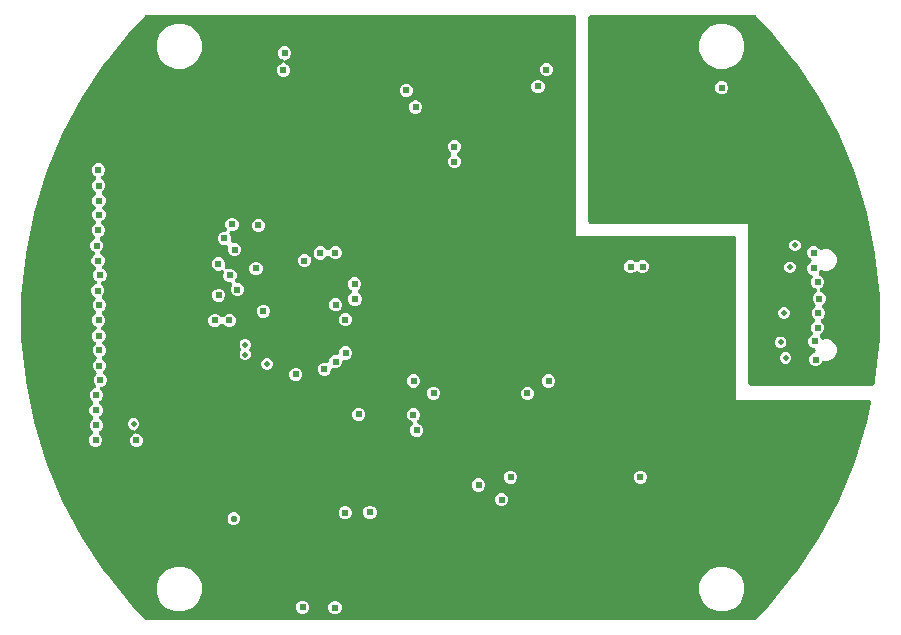
<source format=gbr>
G04 EAGLE Gerber RS-274X export*
G75*
%MOMM*%
%FSLAX34Y34*%
%LPD*%
%INCopper Layer 2*%
%IPPOS*%
%AMOC8*
5,1,8,0,0,1.08239X$1,22.5*%
G01*
%ADD10C,0.610000*%
%ADD11C,0.460000*%
%ADD12C,0.560000*%

G36*
X777500Y4008D02*
X777500Y4008D01*
X777570Y4006D01*
X777698Y4028D01*
X777828Y4041D01*
X777895Y4061D01*
X777964Y4073D01*
X778085Y4120D01*
X778210Y4159D01*
X778271Y4192D01*
X778336Y4218D01*
X778445Y4288D01*
X778560Y4350D01*
X778614Y4396D01*
X778672Y4433D01*
X778842Y4588D01*
X778865Y4608D01*
X778870Y4614D01*
X778878Y4621D01*
X789447Y15722D01*
X789478Y15761D01*
X789544Y15832D01*
X812062Y43270D01*
X812094Y43317D01*
X812179Y43427D01*
X831899Y72941D01*
X831926Y72991D01*
X832000Y73109D01*
X848732Y104413D01*
X848754Y104465D01*
X848816Y104590D01*
X862399Y137383D01*
X862416Y137438D01*
X862465Y137568D01*
X872769Y171535D01*
X872780Y171590D01*
X872817Y171725D01*
X876060Y188032D01*
X876063Y188058D01*
X876070Y188084D01*
X876082Y188256D01*
X876099Y188429D01*
X876096Y188456D01*
X876098Y188482D01*
X876075Y188654D01*
X876057Y188827D01*
X876050Y188852D01*
X876046Y188878D01*
X875990Y189042D01*
X875938Y189208D01*
X875925Y189231D01*
X875917Y189256D01*
X875829Y189406D01*
X875745Y189558D01*
X875728Y189578D01*
X875714Y189601D01*
X875599Y189730D01*
X875486Y189862D01*
X875466Y189878D01*
X875448Y189898D01*
X875309Y190002D01*
X875172Y190109D01*
X875149Y190121D01*
X875128Y190137D01*
X874971Y190210D01*
X874816Y190289D01*
X874790Y190296D01*
X874766Y190307D01*
X874598Y190348D01*
X874430Y190394D01*
X874404Y190395D01*
X874378Y190402D01*
X874100Y190421D01*
X761522Y190421D01*
X761522Y327122D01*
X761519Y327152D01*
X761521Y327183D01*
X761499Y327351D01*
X761482Y327520D01*
X761473Y327549D01*
X761469Y327579D01*
X761414Y327739D01*
X761364Y327901D01*
X761349Y327928D01*
X761340Y327957D01*
X761254Y328103D01*
X761172Y328252D01*
X761153Y328275D01*
X761138Y328301D01*
X761024Y328427D01*
X760915Y328557D01*
X760891Y328576D01*
X760871Y328599D01*
X760735Y328700D01*
X760602Y328805D01*
X760575Y328819D01*
X760551Y328837D01*
X760397Y328909D01*
X760246Y328986D01*
X760217Y328994D01*
X760189Y329007D01*
X760024Y329048D01*
X759861Y329093D01*
X759831Y329095D01*
X759801Y329102D01*
X759523Y329122D01*
X626191Y329122D01*
X626191Y514000D01*
X626188Y514030D01*
X626190Y514060D01*
X626168Y514229D01*
X626151Y514397D01*
X626142Y514426D01*
X626138Y514456D01*
X626083Y514617D01*
X626033Y514779D01*
X626018Y514806D01*
X626008Y514834D01*
X625923Y514980D01*
X625841Y515129D01*
X625822Y515153D01*
X625806Y515179D01*
X625693Y515305D01*
X625584Y515435D01*
X625560Y515454D01*
X625540Y515476D01*
X625404Y515577D01*
X625271Y515683D01*
X625244Y515697D01*
X625219Y515715D01*
X625066Y515787D01*
X624915Y515864D01*
X624885Y515872D01*
X624858Y515885D01*
X624693Y515925D01*
X624530Y515970D01*
X624499Y515973D01*
X624470Y515980D01*
X624192Y515999D01*
X262569Y515999D01*
X262500Y515992D01*
X262430Y515994D01*
X262302Y515972D01*
X262172Y515959D01*
X262105Y515939D01*
X262036Y515927D01*
X261915Y515880D01*
X261790Y515841D01*
X261729Y515808D01*
X261664Y515782D01*
X261554Y515712D01*
X261440Y515650D01*
X261387Y515605D01*
X261328Y515567D01*
X261158Y515412D01*
X261135Y515392D01*
X261130Y515386D01*
X261122Y515379D01*
X250553Y504278D01*
X250522Y504238D01*
X250456Y504168D01*
X227938Y476730D01*
X227906Y476683D01*
X227821Y476572D01*
X208101Y447059D01*
X208074Y447009D01*
X208000Y446891D01*
X191268Y415587D01*
X191246Y415535D01*
X191184Y415410D01*
X177601Y382617D01*
X177595Y382598D01*
X177587Y382582D01*
X177574Y382535D01*
X177535Y382432D01*
X167231Y348465D01*
X167220Y348410D01*
X167183Y348275D01*
X160258Y313462D01*
X160253Y313405D01*
X160230Y313268D01*
X156751Y277944D01*
X156751Y277887D01*
X156741Y277748D01*
X156741Y242252D01*
X156747Y242196D01*
X156751Y242056D01*
X160230Y206732D01*
X160241Y206677D01*
X160258Y206538D01*
X167183Y171725D01*
X167200Y171671D01*
X167231Y171535D01*
X177535Y137568D01*
X177556Y137516D01*
X177601Y137383D01*
X191184Y104590D01*
X191211Y104540D01*
X191268Y104413D01*
X208000Y73109D01*
X208032Y73061D01*
X208101Y72941D01*
X227821Y43428D01*
X227857Y43384D01*
X227938Y43270D01*
X250456Y15832D01*
X250492Y15796D01*
X250553Y15722D01*
X261122Y4621D01*
X261175Y4576D01*
X261221Y4524D01*
X261326Y4446D01*
X261424Y4361D01*
X261485Y4327D01*
X261542Y4285D01*
X261659Y4230D01*
X261773Y4166D01*
X261840Y4145D01*
X261903Y4115D01*
X262030Y4084D01*
X262154Y4044D01*
X262223Y4037D01*
X262291Y4020D01*
X262520Y4004D01*
X262551Y4001D01*
X262558Y4002D01*
X262569Y4001D01*
X777431Y4001D01*
X777500Y4008D01*
G37*
G36*
X877302Y202354D02*
X877302Y202354D01*
X877336Y202352D01*
X877500Y202374D01*
X877665Y202391D01*
X877698Y202401D01*
X877732Y202405D01*
X877888Y202460D01*
X878047Y202509D01*
X878077Y202525D01*
X878109Y202536D01*
X878251Y202620D01*
X878397Y202700D01*
X878423Y202722D01*
X878453Y202739D01*
X878576Y202851D01*
X878703Y202958D01*
X878724Y202984D01*
X878749Y203007D01*
X878848Y203141D01*
X878951Y203271D01*
X878966Y203301D01*
X878986Y203328D01*
X879057Y203479D01*
X879132Y203627D01*
X879141Y203660D01*
X879155Y203690D01*
X879229Y203960D01*
X879742Y206538D01*
X879747Y206595D01*
X879770Y206732D01*
X883249Y242056D01*
X883249Y242113D01*
X883259Y242252D01*
X883259Y277748D01*
X883253Y277804D01*
X883249Y277944D01*
X879770Y313268D01*
X879759Y313323D01*
X879742Y313462D01*
X872817Y348275D01*
X872800Y348329D01*
X872769Y348465D01*
X862465Y382432D01*
X862444Y382484D01*
X862399Y382617D01*
X848816Y415410D01*
X848789Y415460D01*
X848732Y415587D01*
X832000Y446891D01*
X831968Y446939D01*
X831899Y447059D01*
X812179Y476572D01*
X812143Y476616D01*
X812062Y476730D01*
X789544Y504168D01*
X789508Y504204D01*
X789447Y504278D01*
X778878Y515379D01*
X778825Y515424D01*
X778779Y515476D01*
X778674Y515554D01*
X778576Y515639D01*
X778515Y515673D01*
X778458Y515715D01*
X778341Y515770D01*
X778227Y515834D01*
X778160Y515855D01*
X778097Y515885D01*
X777970Y515916D01*
X777846Y515956D01*
X777777Y515963D01*
X777709Y515980D01*
X777480Y515996D01*
X777449Y515999D01*
X777442Y515998D01*
X777431Y515999D01*
X638801Y515999D01*
X638771Y515996D01*
X638740Y515998D01*
X638572Y515976D01*
X638403Y515959D01*
X638374Y515950D01*
X638344Y515946D01*
X638184Y515891D01*
X638022Y515841D01*
X637995Y515827D01*
X637967Y515817D01*
X637821Y515731D01*
X637671Y515650D01*
X637648Y515630D01*
X637622Y515615D01*
X637496Y515502D01*
X637366Y515392D01*
X637347Y515369D01*
X637325Y515348D01*
X637223Y515212D01*
X637118Y515079D01*
X637104Y515052D01*
X637086Y515028D01*
X637014Y514875D01*
X636937Y514723D01*
X636929Y514694D01*
X636916Y514667D01*
X636876Y514501D01*
X636830Y514338D01*
X636828Y514308D01*
X636821Y514279D01*
X636802Y514000D01*
X636802Y341156D01*
X636805Y341126D01*
X636802Y341096D01*
X636825Y340927D01*
X636841Y340759D01*
X636850Y340730D01*
X636854Y340700D01*
X636909Y340539D01*
X636960Y340377D01*
X636974Y340350D01*
X636984Y340322D01*
X637070Y340176D01*
X637151Y340027D01*
X637171Y340003D01*
X637186Y339977D01*
X637299Y339851D01*
X637409Y339721D01*
X637432Y339702D01*
X637453Y339680D01*
X637588Y339579D01*
X637722Y339473D01*
X637749Y339459D01*
X637773Y339441D01*
X637926Y339369D01*
X638078Y339292D01*
X638107Y339284D01*
X638134Y339271D01*
X638299Y339231D01*
X638463Y339186D01*
X638493Y339183D01*
X638522Y339176D01*
X638801Y339157D01*
X772218Y339157D01*
X772218Y204350D01*
X772221Y204320D01*
X772219Y204290D01*
X772241Y204121D01*
X772258Y203952D01*
X772267Y203924D01*
X772271Y203894D01*
X772326Y203733D01*
X772376Y203571D01*
X772390Y203544D01*
X772400Y203516D01*
X772486Y203370D01*
X772567Y203220D01*
X772587Y203197D01*
X772602Y203171D01*
X772715Y203045D01*
X772825Y202915D01*
X772849Y202896D01*
X772869Y202874D01*
X773005Y202772D01*
X773138Y202667D01*
X773165Y202653D01*
X773189Y202635D01*
X773342Y202563D01*
X773494Y202486D01*
X773523Y202478D01*
X773550Y202465D01*
X773716Y202425D01*
X773879Y202379D01*
X773909Y202377D01*
X773938Y202370D01*
X774217Y202351D01*
X877268Y202351D01*
X877302Y202354D01*
G37*
%LPC*%
G36*
X218508Y150662D02*
X218508Y150662D01*
X216454Y151513D01*
X214881Y153086D01*
X214030Y155141D01*
X214030Y157365D01*
X214881Y159420D01*
X216728Y161267D01*
X216744Y161280D01*
X216761Y161301D01*
X216782Y161319D01*
X216887Y161456D01*
X216996Y161590D01*
X217008Y161614D01*
X217025Y161636D01*
X217101Y161791D01*
X217181Y161944D01*
X217189Y161970D01*
X217201Y161994D01*
X217244Y162161D01*
X217292Y162328D01*
X217294Y162355D01*
X217301Y162381D01*
X217311Y162553D01*
X217325Y162726D01*
X217322Y162753D01*
X217323Y162780D01*
X217298Y162950D01*
X217278Y163122D01*
X217269Y163148D01*
X217265Y163175D01*
X217207Y163337D01*
X217153Y163502D01*
X217139Y163525D01*
X217130Y163551D01*
X217041Y163698D01*
X216955Y163849D01*
X216937Y163869D01*
X216923Y163892D01*
X216740Y164103D01*
X215239Y165604D01*
X214387Y167659D01*
X214387Y169883D01*
X215239Y171938D01*
X216962Y173661D01*
X216981Y173684D01*
X217004Y173704D01*
X217107Y173839D01*
X217215Y173970D01*
X217229Y173997D01*
X217247Y174021D01*
X217322Y174174D01*
X217401Y174324D01*
X217409Y174353D01*
X217423Y174380D01*
X217465Y174544D01*
X217513Y174707D01*
X217516Y174737D01*
X217523Y174766D01*
X217533Y174935D01*
X217547Y175105D01*
X217544Y175135D01*
X217545Y175165D01*
X217521Y175333D01*
X217501Y175502D01*
X217492Y175530D01*
X217487Y175560D01*
X217430Y175721D01*
X217377Y175881D01*
X217362Y175908D01*
X217352Y175936D01*
X217264Y176081D01*
X217180Y176229D01*
X217161Y176252D01*
X217145Y176278D01*
X216962Y176488D01*
X215194Y178256D01*
X214343Y180311D01*
X214343Y182535D01*
X215194Y184590D01*
X216968Y186364D01*
X217095Y186469D01*
X217106Y186483D01*
X217119Y186495D01*
X217231Y186638D01*
X217345Y186780D01*
X217353Y186796D01*
X217364Y186810D01*
X217445Y186973D01*
X217529Y187135D01*
X217534Y187152D01*
X217542Y187168D01*
X217589Y187344D01*
X217639Y187519D01*
X217640Y187537D01*
X217645Y187554D01*
X217656Y187735D01*
X217670Y187917D01*
X217668Y187935D01*
X217669Y187952D01*
X217643Y188132D01*
X217621Y188314D01*
X217615Y188331D01*
X217613Y188348D01*
X217552Y188519D01*
X217494Y188693D01*
X217486Y188708D01*
X217480Y188725D01*
X217386Y188881D01*
X217295Y189039D01*
X217283Y189052D01*
X217274Y189067D01*
X217212Y189135D01*
X217078Y189289D01*
X217044Y189323D01*
X217031Y189338D01*
X217024Y189344D01*
X215224Y191143D01*
X214373Y193198D01*
X214373Y195422D01*
X215224Y197477D01*
X216797Y199050D01*
X218934Y199935D01*
X218954Y199945D01*
X218975Y199952D01*
X219130Y200040D01*
X219286Y200124D01*
X219303Y200138D01*
X219323Y200149D01*
X219456Y200265D01*
X219593Y200379D01*
X219607Y200396D01*
X219624Y200411D01*
X219732Y200552D01*
X219843Y200690D01*
X219854Y200710D01*
X219868Y200728D01*
X219946Y200887D01*
X220027Y201045D01*
X220033Y201066D01*
X220043Y201087D01*
X220088Y201259D01*
X220137Y201429D01*
X220138Y201451D01*
X220144Y201473D01*
X220154Y201650D01*
X220167Y201827D01*
X220165Y201850D01*
X220166Y201872D01*
X220140Y202047D01*
X220119Y202223D01*
X220111Y202245D01*
X220108Y202267D01*
X220048Y202434D01*
X219992Y202602D01*
X219980Y202622D01*
X219973Y202643D01*
X219881Y202795D01*
X219792Y202948D01*
X219777Y202965D01*
X219766Y202985D01*
X219582Y203195D01*
X218770Y204008D01*
X217919Y206063D01*
X217919Y208287D01*
X218770Y210342D01*
X219778Y211349D01*
X219797Y211373D01*
X219820Y211393D01*
X219923Y211527D01*
X220031Y211659D01*
X220045Y211686D01*
X220063Y211710D01*
X220138Y211862D01*
X220217Y212012D01*
X220226Y212041D01*
X220239Y212068D01*
X220282Y212232D01*
X220329Y212395D01*
X220332Y212426D01*
X220340Y212455D01*
X220349Y212624D01*
X220363Y212793D01*
X220360Y212824D01*
X220361Y212854D01*
X220337Y213022D01*
X220317Y213190D01*
X220308Y213219D01*
X220304Y213249D01*
X220246Y213409D01*
X220194Y213570D01*
X220179Y213596D01*
X220168Y213625D01*
X220080Y213769D01*
X219997Y213917D01*
X219977Y213940D01*
X219961Y213966D01*
X219778Y214177D01*
X217965Y215989D01*
X217114Y218044D01*
X217114Y220268D01*
X217965Y222323D01*
X219555Y223913D01*
X219647Y223964D01*
X219810Y224052D01*
X219822Y224061D01*
X219835Y224069D01*
X219975Y224189D01*
X220117Y224307D01*
X220127Y224319D01*
X220138Y224328D01*
X220252Y224474D01*
X220368Y224618D01*
X220375Y224631D01*
X220384Y224643D01*
X220466Y224809D01*
X220551Y224973D01*
X220555Y224987D01*
X220562Y225001D01*
X220610Y225178D01*
X220661Y225357D01*
X220662Y225372D01*
X220666Y225387D01*
X220677Y225568D01*
X220692Y225755D01*
X220690Y225770D01*
X220691Y225785D01*
X220665Y225967D01*
X220643Y226151D01*
X220638Y226166D01*
X220636Y226181D01*
X220575Y226355D01*
X220516Y226530D01*
X220508Y226543D01*
X220503Y226558D01*
X220409Y226716D01*
X220317Y226876D01*
X220307Y226888D01*
X220299Y226901D01*
X220175Y227037D01*
X220052Y227176D01*
X220040Y227185D01*
X220030Y227196D01*
X219882Y227305D01*
X219734Y227417D01*
X219720Y227423D01*
X219708Y227432D01*
X219458Y227557D01*
X219449Y227561D01*
X217876Y229133D01*
X217025Y231188D01*
X217025Y233412D01*
X217876Y235467D01*
X219197Y236788D01*
X219216Y236812D01*
X219239Y236831D01*
X219342Y236966D01*
X219450Y237097D01*
X219464Y237124D01*
X219482Y237148D01*
X219557Y237300D01*
X219636Y237451D01*
X219644Y237480D01*
X219658Y237507D01*
X219700Y237671D01*
X219748Y237834D01*
X219751Y237864D01*
X219758Y237893D01*
X219768Y238062D01*
X219782Y238232D01*
X219779Y238262D01*
X219780Y238292D01*
X219756Y238460D01*
X219736Y238629D01*
X219727Y238657D01*
X219722Y238687D01*
X219665Y238847D01*
X219612Y239008D01*
X219597Y239035D01*
X219587Y239063D01*
X219499Y239208D01*
X219416Y239356D01*
X219396Y239379D01*
X219380Y239405D01*
X219197Y239615D01*
X217608Y241204D01*
X216757Y243259D01*
X216757Y245483D01*
X217608Y247538D01*
X219180Y249111D01*
X219227Y249130D01*
X219240Y249137D01*
X219255Y249142D01*
X219416Y249232D01*
X219579Y249319D01*
X219590Y249329D01*
X219604Y249336D01*
X219744Y249457D01*
X219886Y249574D01*
X219895Y249586D01*
X219907Y249596D01*
X220021Y249742D01*
X220136Y249885D01*
X220143Y249899D01*
X220153Y249911D01*
X220236Y250077D01*
X220320Y250240D01*
X220324Y250255D01*
X220331Y250268D01*
X220379Y250447D01*
X220430Y250624D01*
X220431Y250639D01*
X220435Y250654D01*
X220446Y250839D01*
X220460Y251022D01*
X220459Y251037D01*
X220460Y251053D01*
X220434Y251235D01*
X220412Y251419D01*
X220407Y251433D01*
X220405Y251448D01*
X220344Y251622D01*
X220285Y251798D01*
X220277Y251811D01*
X220272Y251825D01*
X220178Y251983D01*
X220085Y252144D01*
X220075Y252155D01*
X220068Y252168D01*
X219943Y252305D01*
X219821Y252443D01*
X219809Y252452D01*
X219799Y252463D01*
X219650Y252572D01*
X219503Y252684D01*
X219489Y252691D01*
X219477Y252700D01*
X219227Y252824D01*
X218912Y252955D01*
X217340Y254527D01*
X216488Y256582D01*
X216488Y258806D01*
X217340Y260861D01*
X218912Y262434D01*
X219036Y262485D01*
X219056Y262496D01*
X219077Y262503D01*
X219231Y262590D01*
X219388Y262674D01*
X219405Y262688D01*
X219425Y262700D01*
X219558Y262815D01*
X219695Y262929D01*
X219709Y262947D01*
X219726Y262962D01*
X219834Y263102D01*
X219945Y263240D01*
X219956Y263260D01*
X219970Y263278D01*
X220048Y263438D01*
X220129Y263595D01*
X220135Y263617D01*
X220145Y263637D01*
X220190Y263808D01*
X220238Y263979D01*
X220240Y264002D01*
X220246Y264024D01*
X220256Y264199D01*
X220269Y264377D01*
X220267Y264400D01*
X220268Y264422D01*
X220242Y264597D01*
X220220Y264774D01*
X220213Y264795D01*
X220210Y264818D01*
X220150Y264985D01*
X220094Y265152D01*
X220082Y265172D01*
X220075Y265193D01*
X219983Y265345D01*
X219894Y265498D01*
X219879Y265516D01*
X219867Y265535D01*
X219684Y265746D01*
X217991Y267439D01*
X217140Y269494D01*
X217140Y271718D01*
X217991Y273773D01*
X218910Y274692D01*
X218925Y274709D01*
X218942Y274724D01*
X219051Y274864D01*
X219163Y275001D01*
X219174Y275021D01*
X219188Y275039D01*
X219267Y275198D01*
X219349Y275354D01*
X219356Y275376D01*
X219366Y275396D01*
X219412Y275568D01*
X219462Y275738D01*
X219464Y275760D01*
X219470Y275782D01*
X219481Y275958D01*
X219496Y276136D01*
X219493Y276158D01*
X219494Y276181D01*
X219470Y276356D01*
X219450Y276532D01*
X219443Y276554D01*
X219440Y276577D01*
X219381Y276744D01*
X219326Y276912D01*
X219315Y276932D01*
X219307Y276953D01*
X219216Y277105D01*
X219129Y277260D01*
X219114Y277277D01*
X219102Y277296D01*
X218984Y277427D01*
X218867Y277561D01*
X218849Y277575D01*
X218834Y277592D01*
X218691Y277696D01*
X218550Y277804D01*
X218530Y277814D01*
X218511Y277828D01*
X218262Y277952D01*
X218169Y277991D01*
X216596Y279563D01*
X215745Y281618D01*
X215745Y283842D01*
X216596Y285897D01*
X218169Y287470D01*
X219324Y287948D01*
X219344Y287959D01*
X219365Y287966D01*
X219519Y288053D01*
X219676Y288137D01*
X219693Y288152D01*
X219713Y288163D01*
X219846Y288279D01*
X219983Y288392D01*
X219997Y288410D01*
X220014Y288425D01*
X220122Y288565D01*
X220234Y288703D01*
X220244Y288724D01*
X220258Y288742D01*
X220336Y288901D01*
X220417Y289058D01*
X220423Y289080D01*
X220433Y289100D01*
X220478Y289271D01*
X220527Y289442D01*
X220528Y289465D01*
X220534Y289487D01*
X220544Y289663D01*
X220558Y289841D01*
X220555Y289863D01*
X220556Y289886D01*
X220530Y290060D01*
X220509Y290237D01*
X220501Y290259D01*
X220498Y290281D01*
X220438Y290447D01*
X220382Y290616D01*
X220371Y290636D01*
X220363Y290657D01*
X220271Y290808D01*
X220182Y290962D01*
X220167Y290979D01*
X220156Y290998D01*
X219972Y291209D01*
X218420Y292761D01*
X217569Y294816D01*
X217569Y297040D01*
X218420Y299095D01*
X219414Y300089D01*
X219429Y300106D01*
X219446Y300121D01*
X219555Y300261D01*
X219667Y300398D01*
X219678Y300418D01*
X219692Y300436D01*
X219771Y300595D01*
X219853Y300751D01*
X219860Y300773D01*
X219870Y300794D01*
X219916Y300964D01*
X219966Y301135D01*
X219968Y301157D01*
X219974Y301179D01*
X219984Y301355D01*
X220000Y301533D01*
X219997Y301555D01*
X219998Y301578D01*
X219974Y301753D01*
X219954Y301929D01*
X219947Y301951D01*
X219944Y301974D01*
X219885Y302141D01*
X219830Y302309D01*
X219819Y302329D01*
X219811Y302350D01*
X219720Y302503D01*
X219633Y302657D01*
X219618Y302674D01*
X219606Y302693D01*
X219487Y302825D01*
X219371Y302958D01*
X219353Y302972D01*
X219338Y302989D01*
X219194Y303094D01*
X219054Y303202D01*
X219034Y303212D01*
X219016Y303225D01*
X218766Y303350D01*
X218465Y303474D01*
X216893Y305047D01*
X216041Y307102D01*
X216041Y309326D01*
X216893Y311381D01*
X218284Y312772D01*
X218299Y312790D01*
X218316Y312805D01*
X218425Y312945D01*
X218537Y313082D01*
X218548Y313102D01*
X218562Y313120D01*
X218641Y313278D01*
X218723Y313435D01*
X218730Y313457D01*
X218740Y313477D01*
X218786Y313648D01*
X218836Y313818D01*
X218838Y313841D01*
X218844Y313863D01*
X218855Y314039D01*
X218870Y314216D01*
X218867Y314239D01*
X218869Y314261D01*
X218844Y314437D01*
X218824Y314613D01*
X218817Y314635D01*
X218814Y314657D01*
X218755Y314825D01*
X218700Y314993D01*
X218689Y315012D01*
X218681Y315034D01*
X218590Y315186D01*
X218503Y315340D01*
X218488Y315357D01*
X218477Y315377D01*
X218357Y315508D01*
X218241Y315642D01*
X218223Y315656D01*
X218208Y315672D01*
X218065Y315777D01*
X217924Y315885D01*
X217904Y315895D01*
X217886Y315909D01*
X217636Y316033D01*
X217303Y316171D01*
X215730Y317744D01*
X214879Y319799D01*
X214879Y322023D01*
X215730Y324077D01*
X217303Y325650D01*
X218015Y325945D01*
X218035Y325956D01*
X218057Y325963D01*
X218211Y326050D01*
X218367Y326134D01*
X218385Y326149D01*
X218404Y326160D01*
X218538Y326276D01*
X218674Y326389D01*
X218689Y326407D01*
X218706Y326422D01*
X218814Y326563D01*
X218925Y326700D01*
X218935Y326720D01*
X218949Y326739D01*
X219027Y326898D01*
X219108Y327055D01*
X219115Y327077D01*
X219125Y327097D01*
X219169Y327268D01*
X219218Y327439D01*
X219220Y327462D01*
X219225Y327484D01*
X219235Y327660D01*
X219249Y327837D01*
X219246Y327860D01*
X219247Y327883D01*
X219222Y328057D01*
X219200Y328234D01*
X219193Y328255D01*
X219189Y328278D01*
X219129Y328445D01*
X219073Y328613D01*
X219062Y328632D01*
X219054Y328654D01*
X218962Y328805D01*
X218874Y328959D01*
X218859Y328976D01*
X218847Y328995D01*
X218664Y329206D01*
X217071Y330798D01*
X216220Y332853D01*
X216220Y335077D01*
X217071Y337132D01*
X218644Y338705D01*
X218787Y338764D01*
X218807Y338775D01*
X218829Y338782D01*
X218983Y338869D01*
X219139Y338953D01*
X219157Y338968D01*
X219176Y338979D01*
X219310Y339095D01*
X219446Y339208D01*
X219461Y339226D01*
X219478Y339241D01*
X219586Y339381D01*
X219697Y339519D01*
X219707Y339540D01*
X219721Y339558D01*
X219799Y339716D01*
X219881Y339874D01*
X219887Y339896D01*
X219897Y339916D01*
X219941Y340087D01*
X219990Y340258D01*
X219992Y340281D01*
X219997Y340303D01*
X220007Y340479D01*
X220021Y340656D01*
X220018Y340679D01*
X220019Y340702D01*
X219994Y340877D01*
X219972Y341053D01*
X219965Y341074D01*
X219961Y341097D01*
X219901Y341264D01*
X219845Y341432D01*
X219834Y341451D01*
X219826Y341473D01*
X219734Y341624D01*
X219646Y341778D01*
X219631Y341795D01*
X219619Y341814D01*
X219436Y342025D01*
X217608Y343853D01*
X216757Y345908D01*
X216757Y348132D01*
X217608Y350187D01*
X218929Y351507D01*
X218948Y351531D01*
X218971Y351551D01*
X219074Y351685D01*
X219181Y351817D01*
X219195Y351843D01*
X219214Y351868D01*
X219288Y352020D01*
X219368Y352170D01*
X219376Y352199D01*
X219389Y352226D01*
X219432Y352390D01*
X219480Y352553D01*
X219483Y352584D01*
X219490Y352613D01*
X219499Y352781D01*
X219514Y352951D01*
X219510Y352982D01*
X219512Y353012D01*
X219488Y353179D01*
X219468Y353348D01*
X219459Y353377D01*
X219454Y353407D01*
X219397Y353566D01*
X219344Y353728D01*
X219329Y353754D01*
X219319Y353783D01*
X219231Y353927D01*
X219147Y354075D01*
X219127Y354098D01*
X219112Y354124D01*
X218929Y354335D01*
X217608Y355656D01*
X216757Y357710D01*
X216757Y359935D01*
X217608Y361989D01*
X219440Y363822D01*
X219455Y363840D01*
X219472Y363854D01*
X219581Y363994D01*
X219693Y364131D01*
X219704Y364151D01*
X219718Y364169D01*
X219797Y364328D01*
X219879Y364485D01*
X219886Y364506D01*
X219896Y364527D01*
X219942Y364698D01*
X219992Y364868D01*
X219994Y364891D01*
X220000Y364913D01*
X220011Y365089D01*
X220026Y365266D01*
X220023Y365289D01*
X220024Y365311D01*
X220000Y365486D01*
X219980Y365663D01*
X219973Y365684D01*
X219970Y365707D01*
X219911Y365874D01*
X219856Y366042D01*
X219845Y366062D01*
X219837Y366084D01*
X219746Y366235D01*
X219659Y366390D01*
X219644Y366407D01*
X219632Y366427D01*
X219514Y366557D01*
X219397Y366691D01*
X219379Y366705D01*
X219364Y366722D01*
X219229Y366821D01*
X217518Y368531D01*
X216667Y370586D01*
X216667Y372810D01*
X217518Y374865D01*
X219160Y376506D01*
X219184Y376519D01*
X219196Y376529D01*
X219209Y376537D01*
X219348Y376656D01*
X219491Y376775D01*
X219501Y376787D01*
X219512Y376796D01*
X219626Y376942D01*
X219742Y377086D01*
X219749Y377099D01*
X219758Y377111D01*
X219841Y377277D01*
X219925Y377440D01*
X219930Y377455D01*
X219936Y377469D01*
X219985Y377649D01*
X220035Y377825D01*
X220036Y377840D01*
X220040Y377855D01*
X220052Y378039D01*
X220066Y378223D01*
X220064Y378238D01*
X220065Y378253D01*
X220040Y378435D01*
X220017Y378619D01*
X220012Y378634D01*
X220010Y378649D01*
X219949Y378823D01*
X219890Y378998D01*
X219883Y379011D01*
X219878Y379026D01*
X219782Y379185D01*
X219691Y379344D01*
X219681Y379355D01*
X219673Y379369D01*
X219548Y379506D01*
X219427Y379644D01*
X219414Y379653D01*
X219404Y379664D01*
X219255Y379773D01*
X219108Y379885D01*
X219094Y379891D01*
X219082Y379900D01*
X218832Y380025D01*
X218644Y380103D01*
X217071Y381675D01*
X216220Y383730D01*
X216220Y385954D01*
X217071Y388009D01*
X218644Y389582D01*
X220699Y390433D01*
X222923Y390433D01*
X224978Y389582D01*
X226551Y388009D01*
X227402Y385954D01*
X227402Y383730D01*
X226551Y381675D01*
X224909Y380034D01*
X224885Y380021D01*
X224873Y380011D01*
X224860Y380004D01*
X224720Y379884D01*
X224578Y379766D01*
X224568Y379754D01*
X224556Y379744D01*
X224443Y379599D01*
X224327Y379455D01*
X224320Y379441D01*
X224311Y379429D01*
X224228Y379264D01*
X224143Y379100D01*
X224139Y379086D01*
X224132Y379072D01*
X224084Y378892D01*
X224034Y378716D01*
X224033Y378701D01*
X224029Y378686D01*
X224017Y378502D01*
X224003Y378318D01*
X224005Y378303D01*
X224004Y378287D01*
X224029Y378105D01*
X224052Y377922D01*
X224057Y377907D01*
X224059Y377892D01*
X224120Y377717D01*
X224179Y377543D01*
X224186Y377530D01*
X224191Y377515D01*
X224287Y377354D01*
X224378Y377197D01*
X224388Y377185D01*
X224396Y377172D01*
X224521Y377035D01*
X224642Y376897D01*
X224654Y376888D01*
X224665Y376877D01*
X224813Y376768D01*
X224961Y376656D01*
X224975Y376649D01*
X224987Y376640D01*
X225237Y376516D01*
X225425Y376438D01*
X226998Y374865D01*
X227849Y372810D01*
X227849Y370586D01*
X226998Y368531D01*
X225165Y366699D01*
X225151Y366681D01*
X225133Y366666D01*
X225024Y366527D01*
X224912Y366390D01*
X224901Y366369D01*
X224888Y366352D01*
X224809Y366193D01*
X224726Y366036D01*
X224719Y366015D01*
X224709Y365994D01*
X224663Y365823D01*
X224614Y365653D01*
X224612Y365630D01*
X224606Y365608D01*
X224595Y365431D01*
X224580Y365255D01*
X224582Y365232D01*
X224581Y365210D01*
X224605Y365035D01*
X224626Y364858D01*
X224633Y364837D01*
X224636Y364814D01*
X224695Y364647D01*
X224749Y364479D01*
X224761Y364459D01*
X224768Y364437D01*
X224859Y364285D01*
X224946Y364131D01*
X224961Y364114D01*
X224973Y364094D01*
X225092Y363964D01*
X225208Y363830D01*
X225226Y363816D01*
X225242Y363799D01*
X225376Y363700D01*
X227087Y361989D01*
X227938Y359935D01*
X227938Y357710D01*
X227087Y355656D01*
X225766Y354335D01*
X225747Y354311D01*
X225724Y354292D01*
X225621Y354157D01*
X225513Y354026D01*
X225499Y353999D01*
X225481Y353975D01*
X225406Y353823D01*
X225327Y353672D01*
X225318Y353643D01*
X225305Y353616D01*
X225263Y353453D01*
X225215Y353289D01*
X225212Y353259D01*
X225204Y353230D01*
X225195Y353061D01*
X225181Y352891D01*
X225184Y352861D01*
X225183Y352831D01*
X225207Y352663D01*
X225227Y352494D01*
X225236Y352465D01*
X225240Y352435D01*
X225298Y352276D01*
X225351Y352115D01*
X225365Y352088D01*
X225376Y352060D01*
X225464Y351915D01*
X225547Y351767D01*
X225567Y351744D01*
X225583Y351718D01*
X225766Y351507D01*
X227087Y350187D01*
X227938Y348132D01*
X227938Y345908D01*
X227087Y343853D01*
X225514Y342280D01*
X225371Y342221D01*
X225351Y342210D01*
X225329Y342203D01*
X225175Y342116D01*
X225019Y342032D01*
X225002Y342017D01*
X224982Y342006D01*
X224848Y341890D01*
X224712Y341777D01*
X224698Y341759D01*
X224680Y341744D01*
X224572Y341603D01*
X224461Y341466D01*
X224451Y341446D01*
X224437Y341427D01*
X224359Y341268D01*
X224278Y341111D01*
X224272Y341089D01*
X224262Y341069D01*
X224217Y340897D01*
X224168Y340727D01*
X224167Y340704D01*
X224161Y340682D01*
X224151Y340506D01*
X224137Y340329D01*
X224140Y340306D01*
X224139Y340283D01*
X224165Y340108D01*
X224186Y339932D01*
X224193Y339911D01*
X224197Y339888D01*
X224257Y339721D01*
X224313Y339553D01*
X224324Y339534D01*
X224332Y339512D01*
X224424Y339361D01*
X224512Y339207D01*
X224528Y339190D01*
X224539Y339171D01*
X224722Y338960D01*
X226551Y337132D01*
X227402Y335077D01*
X227402Y332853D01*
X226551Y330798D01*
X224978Y329226D01*
X224266Y328931D01*
X224246Y328920D01*
X224224Y328913D01*
X224070Y328826D01*
X223914Y328742D01*
X223896Y328727D01*
X223877Y328716D01*
X223743Y328600D01*
X223606Y328487D01*
X223592Y328469D01*
X223575Y328454D01*
X223467Y328314D01*
X223356Y328175D01*
X223346Y328155D01*
X223332Y328137D01*
X223254Y327978D01*
X223172Y327821D01*
X223166Y327799D01*
X223156Y327778D01*
X223112Y327608D01*
X223063Y327437D01*
X223061Y327414D01*
X223055Y327392D01*
X223046Y327216D01*
X223032Y327038D01*
X223035Y327016D01*
X223034Y326993D01*
X223059Y326818D01*
X223081Y326642D01*
X223088Y326620D01*
X223091Y326598D01*
X223151Y326431D01*
X223208Y326263D01*
X223219Y326243D01*
X223227Y326222D01*
X223318Y326071D01*
X223407Y325917D01*
X223422Y325900D01*
X223434Y325881D01*
X223617Y325670D01*
X225209Y324078D01*
X226061Y322023D01*
X226061Y319799D01*
X225209Y317744D01*
X223818Y316352D01*
X223803Y316334D01*
X223786Y316319D01*
X223677Y316180D01*
X223565Y316043D01*
X223554Y316023D01*
X223540Y316005D01*
X223461Y315846D01*
X223379Y315689D01*
X223372Y315667D01*
X223362Y315647D01*
X223316Y315476D01*
X223266Y315306D01*
X223264Y315283D01*
X223258Y315261D01*
X223247Y315085D01*
X223232Y314908D01*
X223235Y314885D01*
X223233Y314863D01*
X223258Y314687D01*
X223278Y314511D01*
X223285Y314490D01*
X223288Y314467D01*
X223347Y314299D01*
X223402Y314132D01*
X223413Y314112D01*
X223421Y314090D01*
X223512Y313938D01*
X223599Y313784D01*
X223614Y313767D01*
X223625Y313747D01*
X223745Y313616D01*
X223861Y313482D01*
X223879Y313469D01*
X223894Y313452D01*
X224037Y313347D01*
X224178Y313239D01*
X224198Y313229D01*
X224216Y313216D01*
X224466Y313091D01*
X224799Y312953D01*
X226372Y311381D01*
X227223Y309326D01*
X227223Y307102D01*
X226372Y305047D01*
X225378Y304053D01*
X225363Y304035D01*
X225346Y304020D01*
X225237Y303881D01*
X225125Y303744D01*
X225114Y303724D01*
X225100Y303706D01*
X225021Y303546D01*
X224939Y303390D01*
X224932Y303368D01*
X224922Y303348D01*
X224876Y303177D01*
X224826Y303007D01*
X224824Y302984D01*
X224819Y302962D01*
X224808Y302786D01*
X224792Y302609D01*
X224795Y302586D01*
X224794Y302564D01*
X224818Y302388D01*
X224838Y302212D01*
X224845Y302191D01*
X224848Y302168D01*
X224907Y302000D01*
X224962Y301832D01*
X224973Y301813D01*
X224981Y301791D01*
X225072Y301639D01*
X225159Y301485D01*
X225174Y301468D01*
X225186Y301448D01*
X225305Y301317D01*
X225421Y301183D01*
X225439Y301170D01*
X225454Y301153D01*
X225598Y301048D01*
X225738Y300940D01*
X225758Y300930D01*
X225777Y300917D01*
X226026Y300792D01*
X226327Y300668D01*
X227900Y299095D01*
X228751Y297040D01*
X228751Y294816D01*
X227900Y292761D01*
X226327Y291188D01*
X225172Y290710D01*
X225152Y290699D01*
X225130Y290692D01*
X224977Y290605D01*
X224820Y290521D01*
X224803Y290507D01*
X224783Y290495D01*
X224649Y290379D01*
X224513Y290266D01*
X224499Y290248D01*
X224481Y290233D01*
X224374Y290093D01*
X224262Y289955D01*
X224252Y289935D01*
X224238Y289917D01*
X224160Y289757D01*
X224079Y289600D01*
X224073Y289578D01*
X224063Y289558D01*
X224018Y289387D01*
X223969Y289216D01*
X223968Y289193D01*
X223962Y289171D01*
X223952Y288996D01*
X223938Y288818D01*
X223941Y288795D01*
X223940Y288773D01*
X223965Y288598D01*
X223987Y288421D01*
X223995Y288400D01*
X223998Y288377D01*
X224057Y288212D01*
X224114Y288043D01*
X224125Y288023D01*
X224133Y288002D01*
X224225Y287851D01*
X224313Y287697D01*
X224329Y287680D01*
X224340Y287660D01*
X224523Y287449D01*
X226076Y285897D01*
X226927Y283842D01*
X226927Y281618D01*
X226076Y279563D01*
X225157Y278644D01*
X225142Y278627D01*
X225125Y278612D01*
X225016Y278472D01*
X224904Y278335D01*
X224893Y278315D01*
X224879Y278297D01*
X224800Y278139D01*
X224717Y277982D01*
X224711Y277960D01*
X224701Y277940D01*
X224655Y277769D01*
X224605Y277599D01*
X224603Y277576D01*
X224597Y277554D01*
X224586Y277377D01*
X224571Y277201D01*
X224574Y277178D01*
X224572Y277155D01*
X224597Y276979D01*
X224617Y276804D01*
X224624Y276782D01*
X224627Y276760D01*
X224686Y276592D01*
X224741Y276424D01*
X224752Y276404D01*
X224760Y276383D01*
X224851Y276231D01*
X224938Y276077D01*
X224953Y276059D01*
X224964Y276040D01*
X225084Y275908D01*
X225200Y275775D01*
X225218Y275761D01*
X225233Y275744D01*
X225376Y275639D01*
X225516Y275532D01*
X225537Y275522D01*
X225555Y275508D01*
X225805Y275384D01*
X225898Y275345D01*
X227470Y273773D01*
X228321Y271718D01*
X228321Y269494D01*
X227470Y267439D01*
X225898Y265866D01*
X225774Y265815D01*
X225754Y265804D01*
X225733Y265797D01*
X225579Y265710D01*
X225422Y265626D01*
X225405Y265611D01*
X225385Y265600D01*
X225252Y265484D01*
X225115Y265371D01*
X225101Y265353D01*
X225084Y265338D01*
X224976Y265198D01*
X224865Y265060D01*
X224854Y265040D01*
X224840Y265022D01*
X224762Y264862D01*
X224681Y264705D01*
X224675Y264683D01*
X224665Y264663D01*
X224620Y264492D01*
X224571Y264321D01*
X224570Y264298D01*
X224564Y264276D01*
X224554Y264100D01*
X224541Y263923D01*
X224543Y263900D01*
X224542Y263877D01*
X224568Y263703D01*
X224589Y263526D01*
X224597Y263505D01*
X224600Y263482D01*
X224660Y263315D01*
X224716Y263147D01*
X224727Y263128D01*
X224735Y263106D01*
X224827Y262955D01*
X224916Y262801D01*
X224931Y262784D01*
X224942Y262765D01*
X225126Y262554D01*
X226819Y260861D01*
X227670Y258806D01*
X227670Y256582D01*
X226819Y254527D01*
X225246Y252955D01*
X225200Y252935D01*
X225186Y252928D01*
X225172Y252924D01*
X225010Y252834D01*
X224848Y252746D01*
X224836Y252737D01*
X224823Y252729D01*
X224682Y252609D01*
X224540Y252491D01*
X224531Y252480D01*
X224519Y252470D01*
X224404Y252322D01*
X224290Y252180D01*
X224283Y252167D01*
X224274Y252155D01*
X224191Y251988D01*
X224106Y251825D01*
X224102Y251811D01*
X224095Y251797D01*
X224047Y251618D01*
X223997Y251441D01*
X223996Y251426D01*
X223992Y251412D01*
X223980Y251227D01*
X223966Y251043D01*
X223968Y251028D01*
X223967Y251013D01*
X223992Y250829D01*
X224015Y250647D01*
X224020Y250632D01*
X224022Y250617D01*
X224083Y250444D01*
X224142Y250268D01*
X224149Y250255D01*
X224154Y250240D01*
X224249Y250082D01*
X224341Y249922D01*
X224351Y249910D01*
X224359Y249897D01*
X224483Y249761D01*
X224605Y249622D01*
X224617Y249613D01*
X224628Y249602D01*
X224776Y249493D01*
X224924Y249381D01*
X224938Y249375D01*
X224950Y249366D01*
X225200Y249241D01*
X225514Y249111D01*
X227087Y247538D01*
X227938Y245483D01*
X227938Y243259D01*
X227087Y241204D01*
X225766Y239884D01*
X225747Y239860D01*
X225724Y239840D01*
X225620Y239705D01*
X225513Y239574D01*
X225499Y239548D01*
X225481Y239524D01*
X225406Y239371D01*
X225327Y239221D01*
X225318Y239192D01*
X225305Y239165D01*
X225263Y239001D01*
X225215Y238838D01*
X225212Y238807D01*
X225204Y238778D01*
X225195Y238610D01*
X225181Y238440D01*
X225184Y238410D01*
X225183Y238379D01*
X225207Y238212D01*
X225227Y238043D01*
X225236Y238014D01*
X225240Y237984D01*
X225298Y237824D01*
X225351Y237663D01*
X225365Y237637D01*
X225376Y237608D01*
X225464Y237463D01*
X225547Y237316D01*
X225567Y237293D01*
X225583Y237267D01*
X225766Y237056D01*
X227355Y235467D01*
X228206Y233412D01*
X228206Y231188D01*
X227355Y229133D01*
X225765Y227543D01*
X225674Y227493D01*
X225511Y227405D01*
X225499Y227395D01*
X225486Y227388D01*
X225346Y227268D01*
X225203Y227150D01*
X225194Y227138D01*
X225182Y227128D01*
X225069Y226982D01*
X224953Y226839D01*
X224946Y226825D01*
X224937Y226813D01*
X224854Y226648D01*
X224769Y226484D01*
X224765Y226469D01*
X224758Y226456D01*
X224711Y226278D01*
X224660Y226100D01*
X224659Y226085D01*
X224655Y226070D01*
X224643Y225887D01*
X224629Y225702D01*
X224631Y225686D01*
X224630Y225671D01*
X224655Y225489D01*
X224678Y225305D01*
X224683Y225291D01*
X224685Y225276D01*
X224746Y225101D01*
X224804Y224926D01*
X224812Y224913D01*
X224817Y224899D01*
X224912Y224740D01*
X225004Y224580D01*
X225014Y224569D01*
X225022Y224556D01*
X225146Y224419D01*
X225268Y224281D01*
X225280Y224272D01*
X225291Y224260D01*
X225439Y224152D01*
X225587Y224040D01*
X225601Y224033D01*
X225613Y224024D01*
X225863Y223900D01*
X225872Y223896D01*
X227445Y222323D01*
X228296Y220268D01*
X228296Y218044D01*
X227445Y215989D01*
X226437Y214981D01*
X226418Y214958D01*
X226395Y214938D01*
X226291Y214803D01*
X226184Y214672D01*
X226170Y214646D01*
X226151Y214621D01*
X226077Y214469D01*
X225998Y214319D01*
X225989Y214290D01*
X225976Y214263D01*
X225933Y214099D01*
X225885Y213936D01*
X225883Y213905D01*
X225875Y213876D01*
X225866Y213707D01*
X225851Y213538D01*
X225855Y213507D01*
X225853Y213477D01*
X225878Y213309D01*
X225897Y213141D01*
X225907Y213112D01*
X225911Y213082D01*
X225969Y212922D01*
X226021Y212761D01*
X226036Y212735D01*
X226046Y212706D01*
X226134Y212561D01*
X226218Y212414D01*
X226238Y212391D01*
X226253Y212365D01*
X226437Y212154D01*
X228249Y210342D01*
X229100Y208287D01*
X229100Y206063D01*
X228249Y204008D01*
X226676Y202435D01*
X224540Y201550D01*
X224520Y201539D01*
X224498Y201532D01*
X224343Y201445D01*
X224188Y201361D01*
X224170Y201347D01*
X224151Y201335D01*
X224017Y201219D01*
X223881Y201106D01*
X223866Y201088D01*
X223849Y201073D01*
X223741Y200933D01*
X223630Y200795D01*
X223620Y200775D01*
X223606Y200757D01*
X223528Y200597D01*
X223446Y200440D01*
X223440Y200418D01*
X223430Y200398D01*
X223385Y200226D01*
X223337Y200056D01*
X223335Y200033D01*
X223330Y200011D01*
X223320Y199835D01*
X223306Y199658D01*
X223309Y199635D01*
X223308Y199612D01*
X223333Y199437D01*
X223355Y199261D01*
X223362Y199240D01*
X223366Y199217D01*
X223425Y199051D01*
X223482Y198883D01*
X223493Y198863D01*
X223501Y198841D01*
X223593Y198690D01*
X223681Y198536D01*
X223696Y198519D01*
X223708Y198500D01*
X223891Y198289D01*
X224704Y197477D01*
X225555Y195422D01*
X225555Y193198D01*
X224704Y191143D01*
X222929Y189369D01*
X222803Y189264D01*
X222792Y189250D01*
X222778Y189239D01*
X222667Y189095D01*
X222552Y188953D01*
X222544Y188937D01*
X222533Y188923D01*
X222452Y188760D01*
X222368Y188598D01*
X222364Y188581D01*
X222356Y188565D01*
X222309Y188389D01*
X222259Y188214D01*
X222257Y188196D01*
X222253Y188179D01*
X222242Y187997D01*
X222228Y187816D01*
X222230Y187798D01*
X222229Y187781D01*
X222254Y187601D01*
X222276Y187419D01*
X222282Y187403D01*
X222284Y187385D01*
X222345Y187214D01*
X222403Y187041D01*
X222412Y187025D01*
X222418Y187009D01*
X222512Y186852D01*
X222602Y186694D01*
X222614Y186681D01*
X222623Y186666D01*
X222686Y186597D01*
X222819Y186444D01*
X222853Y186410D01*
X222866Y186395D01*
X222874Y186389D01*
X224673Y184590D01*
X225524Y182535D01*
X225524Y180311D01*
X224673Y178256D01*
X222950Y176533D01*
X222931Y176510D01*
X222908Y176490D01*
X222805Y176355D01*
X222697Y176224D01*
X222683Y176197D01*
X222664Y176173D01*
X222590Y176021D01*
X222511Y175870D01*
X222502Y175841D01*
X222489Y175814D01*
X222446Y175650D01*
X222398Y175487D01*
X222396Y175457D01*
X222388Y175428D01*
X222379Y175259D01*
X222365Y175089D01*
X222368Y175059D01*
X222366Y175029D01*
X222391Y174861D01*
X222410Y174692D01*
X222420Y174664D01*
X222424Y174634D01*
X222482Y174474D01*
X222534Y174313D01*
X222549Y174286D01*
X222559Y174258D01*
X222647Y174113D01*
X222731Y173965D01*
X222751Y173942D01*
X222767Y173916D01*
X222950Y173706D01*
X224718Y171938D01*
X225569Y169883D01*
X225569Y167659D01*
X224718Y165604D01*
X222871Y163757D01*
X222855Y163744D01*
X222837Y163723D01*
X222817Y163705D01*
X222712Y163568D01*
X222603Y163434D01*
X222590Y163410D01*
X222574Y163388D01*
X222498Y163233D01*
X222418Y163080D01*
X222410Y163054D01*
X222398Y163029D01*
X222355Y162863D01*
X222306Y162696D01*
X222304Y162669D01*
X222297Y162643D01*
X222288Y162470D01*
X222274Y162298D01*
X222277Y162271D01*
X222276Y162244D01*
X222300Y162074D01*
X222321Y161901D01*
X222329Y161875D01*
X222333Y161849D01*
X222392Y161687D01*
X222446Y161522D01*
X222459Y161498D01*
X222469Y161473D01*
X222558Y161326D01*
X222644Y161175D01*
X222662Y161155D01*
X222676Y161132D01*
X222859Y160921D01*
X224360Y159420D01*
X225211Y157365D01*
X225211Y155141D01*
X224360Y153086D01*
X222787Y151513D01*
X220733Y150662D01*
X218508Y150662D01*
G37*
%LPD*%
%LPC*%
G36*
X827930Y218794D02*
X827930Y218794D01*
X825875Y219645D01*
X824303Y221218D01*
X823452Y223273D01*
X823452Y225497D01*
X824303Y227552D01*
X825875Y229125D01*
X827865Y229949D01*
X827898Y229967D01*
X827934Y229979D01*
X828074Y230061D01*
X828217Y230138D01*
X828246Y230162D01*
X828279Y230181D01*
X828399Y230289D01*
X828524Y230393D01*
X828548Y230422D01*
X828576Y230448D01*
X828673Y230578D01*
X828775Y230704D01*
X828792Y230738D01*
X828815Y230768D01*
X828884Y230914D01*
X828958Y231059D01*
X828969Y231095D01*
X828985Y231129D01*
X829023Y231286D01*
X829068Y231443D01*
X829071Y231481D01*
X829080Y231517D01*
X829099Y231796D01*
X829099Y232253D01*
X829096Y232283D01*
X829098Y232313D01*
X829076Y232481D01*
X829059Y232650D01*
X829050Y232679D01*
X829046Y232709D01*
X828991Y232869D01*
X828941Y233032D01*
X828927Y233058D01*
X828917Y233087D01*
X828831Y233233D01*
X828750Y233382D01*
X828730Y233405D01*
X828715Y233431D01*
X828602Y233558D01*
X828492Y233687D01*
X828469Y233706D01*
X828448Y233729D01*
X828312Y233830D01*
X828179Y233935D01*
X828152Y233949D01*
X828128Y233967D01*
X827975Y234039D01*
X827823Y234116D01*
X827794Y234124D01*
X827767Y234137D01*
X827601Y234178D01*
X827438Y234223D01*
X827408Y234225D01*
X827394Y234229D01*
X825283Y235103D01*
X823710Y236676D01*
X822859Y238730D01*
X822859Y240955D01*
X823710Y243009D01*
X825283Y244582D01*
X825603Y244715D01*
X825623Y244725D01*
X825645Y244732D01*
X825798Y244820D01*
X825955Y244904D01*
X825972Y244918D01*
X825992Y244929D01*
X826125Y245045D01*
X826262Y245159D01*
X826276Y245176D01*
X826294Y245191D01*
X826402Y245332D01*
X826513Y245470D01*
X826523Y245490D01*
X826537Y245508D01*
X826615Y245667D01*
X826696Y245825D01*
X826702Y245846D01*
X826712Y245867D01*
X826757Y246038D01*
X826806Y246209D01*
X826807Y246231D01*
X826813Y246253D01*
X826823Y246429D01*
X826837Y246607D01*
X826834Y246630D01*
X826835Y246652D01*
X826809Y246827D01*
X826788Y247003D01*
X826781Y247025D01*
X826777Y247047D01*
X826717Y247215D01*
X826661Y247382D01*
X826650Y247402D01*
X826642Y247423D01*
X826550Y247575D01*
X826462Y247728D01*
X826446Y247745D01*
X826435Y247765D01*
X826252Y247975D01*
X826102Y248125D01*
X825251Y250180D01*
X825251Y252404D01*
X826102Y254459D01*
X827730Y256087D01*
X827816Y256133D01*
X827833Y256148D01*
X827853Y256159D01*
X827986Y256275D01*
X828123Y256388D01*
X828137Y256406D01*
X828154Y256421D01*
X828262Y256561D01*
X828373Y256699D01*
X828384Y256720D01*
X828398Y256738D01*
X828475Y256896D01*
X828557Y257054D01*
X828563Y257076D01*
X828573Y257096D01*
X828617Y257266D01*
X828666Y257438D01*
X828668Y257461D01*
X828674Y257483D01*
X828684Y257659D01*
X828697Y257837D01*
X828695Y257859D01*
X828696Y257882D01*
X828670Y258057D01*
X828648Y258233D01*
X828641Y258254D01*
X828638Y258277D01*
X828578Y258444D01*
X828522Y258612D01*
X828510Y258632D01*
X828503Y258653D01*
X828411Y258804D01*
X828322Y258958D01*
X828307Y258975D01*
X828295Y258994D01*
X828112Y259205D01*
X826531Y260786D01*
X825680Y262841D01*
X825680Y265065D01*
X826531Y267120D01*
X828191Y268780D01*
X828206Y268789D01*
X828339Y268905D01*
X828476Y269018D01*
X828491Y269036D01*
X828508Y269051D01*
X828615Y269190D01*
X828727Y269329D01*
X828737Y269349D01*
X828751Y269367D01*
X828829Y269526D01*
X828910Y269684D01*
X828916Y269706D01*
X828926Y269726D01*
X828971Y269897D01*
X829020Y270068D01*
X829021Y270091D01*
X829027Y270113D01*
X829037Y270289D01*
X829051Y270466D01*
X829048Y270489D01*
X829049Y270512D01*
X829024Y270686D01*
X829002Y270863D01*
X828994Y270884D01*
X828991Y270907D01*
X828931Y271073D01*
X828875Y271242D01*
X828864Y271261D01*
X828856Y271283D01*
X828764Y271434D01*
X828676Y271588D01*
X828661Y271605D01*
X828649Y271624D01*
X828466Y271835D01*
X827389Y272911D01*
X826538Y274966D01*
X826538Y277190D01*
X827389Y279245D01*
X828962Y280818D01*
X829178Y280907D01*
X829192Y280914D01*
X829206Y280919D01*
X829368Y281009D01*
X829530Y281096D01*
X829542Y281106D01*
X829555Y281113D01*
X829695Y281233D01*
X829838Y281351D01*
X829847Y281363D01*
X829859Y281373D01*
X829972Y281518D01*
X830088Y281662D01*
X830095Y281676D01*
X830104Y281688D01*
X830187Y281853D01*
X830272Y282017D01*
X830276Y282032D01*
X830283Y282045D01*
X830331Y282223D01*
X830381Y282401D01*
X830382Y282416D01*
X830386Y282431D01*
X830398Y282614D01*
X830412Y282799D01*
X830410Y282815D01*
X830411Y282830D01*
X830386Y283011D01*
X830363Y283196D01*
X830358Y283210D01*
X830356Y283225D01*
X830295Y283399D01*
X830236Y283575D01*
X830229Y283588D01*
X830224Y283602D01*
X830129Y283761D01*
X830037Y283921D01*
X830027Y283932D01*
X830019Y283945D01*
X829895Y284082D01*
X829773Y284220D01*
X829761Y284229D01*
X829750Y284241D01*
X829601Y284350D01*
X829454Y284461D01*
X829441Y284468D01*
X829428Y284477D01*
X829178Y284601D01*
X827782Y285180D01*
X826209Y286752D01*
X825358Y288807D01*
X825358Y291031D01*
X826211Y293092D01*
X826228Y293106D01*
X826337Y293245D01*
X826449Y293383D01*
X826460Y293403D01*
X826474Y293421D01*
X826553Y293579D01*
X826635Y293736D01*
X826642Y293758D01*
X826652Y293778D01*
X826698Y293949D01*
X826748Y294119D01*
X826750Y294142D01*
X826756Y294164D01*
X826767Y294340D01*
X826782Y294517D01*
X826779Y294540D01*
X826780Y294562D01*
X826756Y294738D01*
X826736Y294914D01*
X826729Y294936D01*
X826726Y294958D01*
X826667Y295125D01*
X826612Y295294D01*
X826601Y295313D01*
X826593Y295335D01*
X826502Y295487D01*
X826415Y295641D01*
X826400Y295658D01*
X826388Y295678D01*
X826269Y295810D01*
X826153Y295943D01*
X826135Y295956D01*
X826120Y295973D01*
X825977Y296078D01*
X825836Y296186D01*
X825816Y296196D01*
X825798Y296210D01*
X825548Y296334D01*
X824241Y296875D01*
X822669Y298448D01*
X821817Y300503D01*
X821817Y302727D01*
X822669Y304782D01*
X824241Y306354D01*
X824520Y306470D01*
X824534Y306477D01*
X824548Y306482D01*
X824710Y306572D01*
X824872Y306659D01*
X824884Y306669D01*
X824897Y306676D01*
X825039Y306797D01*
X825180Y306914D01*
X825189Y306926D01*
X825201Y306936D01*
X825315Y307082D01*
X825430Y307225D01*
X825437Y307239D01*
X825446Y307251D01*
X825529Y307416D01*
X825614Y307580D01*
X825618Y307595D01*
X825625Y307608D01*
X825673Y307786D01*
X825723Y307964D01*
X825724Y307979D01*
X825728Y307994D01*
X825740Y308177D01*
X825754Y308362D01*
X825752Y308378D01*
X825753Y308393D01*
X825728Y308574D01*
X825705Y308759D01*
X825700Y308773D01*
X825698Y308788D01*
X825637Y308963D01*
X825579Y309138D01*
X825571Y309151D01*
X825566Y309165D01*
X825471Y309324D01*
X825379Y309484D01*
X825369Y309495D01*
X825361Y309508D01*
X825237Y309645D01*
X825115Y309783D01*
X825103Y309792D01*
X825093Y309803D01*
X824944Y309912D01*
X824796Y310024D01*
X824783Y310031D01*
X824770Y310040D01*
X824520Y310164D01*
X824254Y310274D01*
X822682Y311847D01*
X821831Y313902D01*
X821831Y316126D01*
X822682Y318181D01*
X824254Y319754D01*
X826309Y320605D01*
X828533Y320605D01*
X830588Y319754D01*
X832161Y318181D01*
X832181Y318132D01*
X832196Y318105D01*
X832205Y318076D01*
X832290Y317929D01*
X832370Y317780D01*
X832390Y317756D01*
X832405Y317730D01*
X832517Y317603D01*
X832625Y317472D01*
X832649Y317453D01*
X832669Y317431D01*
X832804Y317328D01*
X832937Y317222D01*
X832963Y317208D01*
X832988Y317190D01*
X833141Y317116D01*
X833291Y317038D01*
X833320Y317030D01*
X833348Y317017D01*
X833512Y316975D01*
X833675Y316929D01*
X833706Y316926D01*
X833735Y316919D01*
X833904Y316911D01*
X834074Y316898D01*
X834104Y316902D01*
X834134Y316900D01*
X834301Y316926D01*
X834470Y316947D01*
X834499Y316956D01*
X834529Y316961D01*
X834794Y317050D01*
X836390Y317711D01*
X840010Y317711D01*
X843355Y316325D01*
X845915Y313765D01*
X847301Y310420D01*
X847301Y306800D01*
X845915Y303455D01*
X843355Y300895D01*
X840010Y299509D01*
X836390Y299509D01*
X834991Y300089D01*
X834962Y300097D01*
X834935Y300111D01*
X834771Y300155D01*
X834609Y300204D01*
X834579Y300207D01*
X834550Y300214D01*
X834380Y300225D01*
X834211Y300241D01*
X834181Y300237D01*
X834151Y300239D01*
X833983Y300216D01*
X833814Y300198D01*
X833785Y300189D01*
X833755Y300184D01*
X833595Y300128D01*
X833433Y300077D01*
X833407Y300062D01*
X833378Y300052D01*
X833233Y299965D01*
X833084Y299883D01*
X833061Y299863D01*
X833035Y299847D01*
X832911Y299734D01*
X832781Y299623D01*
X832762Y299599D01*
X832740Y299579D01*
X832640Y299442D01*
X832535Y299308D01*
X832522Y299281D01*
X832504Y299256D01*
X832379Y299007D01*
X832146Y298443D01*
X832129Y298428D01*
X832020Y298289D01*
X831908Y298152D01*
X831897Y298131D01*
X831883Y298114D01*
X831804Y297955D01*
X831722Y297798D01*
X831715Y297776D01*
X831705Y297756D01*
X831659Y297585D01*
X831609Y297415D01*
X831607Y297392D01*
X831601Y297370D01*
X831590Y297194D01*
X831575Y297017D01*
X831578Y296994D01*
X831577Y296972D01*
X831601Y296797D01*
X831621Y296620D01*
X831628Y296599D01*
X831631Y296576D01*
X831690Y296409D01*
X831745Y296241D01*
X831756Y296221D01*
X831764Y296199D01*
X831855Y296047D01*
X831942Y295893D01*
X831957Y295876D01*
X831968Y295856D01*
X832088Y295725D01*
X832204Y295592D01*
X832222Y295578D01*
X832237Y295561D01*
X832380Y295456D01*
X832521Y295348D01*
X832541Y295338D01*
X832559Y295325D01*
X832809Y295200D01*
X834116Y294659D01*
X835688Y293086D01*
X836539Y291031D01*
X836539Y288807D01*
X835688Y286752D01*
X834116Y285180D01*
X833899Y285090D01*
X833886Y285083D01*
X833871Y285078D01*
X833710Y284988D01*
X833547Y284901D01*
X833536Y284891D01*
X833522Y284884D01*
X833383Y284764D01*
X833240Y284646D01*
X833230Y284634D01*
X833219Y284624D01*
X833106Y284479D01*
X832990Y284335D01*
X832983Y284321D01*
X832973Y284309D01*
X832891Y284144D01*
X832806Y283980D01*
X832802Y283966D01*
X832795Y283952D01*
X832747Y283774D01*
X832696Y283596D01*
X832695Y283581D01*
X832691Y283566D01*
X832680Y283383D01*
X832666Y283198D01*
X832667Y283183D01*
X832666Y283168D01*
X832692Y282986D01*
X832714Y282801D01*
X832719Y282787D01*
X832721Y282772D01*
X832782Y282598D01*
X832841Y282423D01*
X832849Y282409D01*
X832854Y282395D01*
X832949Y282236D01*
X833041Y282077D01*
X833051Y282065D01*
X833058Y282052D01*
X833183Y281916D01*
X833305Y281777D01*
X833317Y281768D01*
X833327Y281757D01*
X833476Y281648D01*
X833623Y281536D01*
X833637Y281530D01*
X833649Y281521D01*
X833899Y281396D01*
X835296Y280818D01*
X836869Y279245D01*
X837720Y277190D01*
X837720Y274966D01*
X836869Y272911D01*
X835208Y271251D01*
X835193Y271242D01*
X835060Y271127D01*
X834923Y271013D01*
X834909Y270995D01*
X834892Y270980D01*
X834785Y270841D01*
X834673Y270702D01*
X834662Y270682D01*
X834649Y270664D01*
X834571Y270505D01*
X834489Y270347D01*
X834483Y270325D01*
X834473Y270305D01*
X834429Y270134D01*
X834380Y269963D01*
X834378Y269940D01*
X834372Y269918D01*
X834363Y269743D01*
X834349Y269565D01*
X834352Y269542D01*
X834350Y269520D01*
X834376Y269345D01*
X834398Y269168D01*
X834405Y269147D01*
X834408Y269124D01*
X834468Y268958D01*
X834524Y268790D01*
X834536Y268770D01*
X834544Y268749D01*
X834636Y268597D01*
X834724Y268444D01*
X834739Y268427D01*
X834751Y268407D01*
X834934Y268196D01*
X836010Y267120D01*
X836861Y265065D01*
X836861Y262841D01*
X836010Y260786D01*
X834382Y259158D01*
X834296Y259112D01*
X834279Y259097D01*
X834259Y259086D01*
X834126Y258970D01*
X833989Y258857D01*
X833975Y258839D01*
X833958Y258824D01*
X833850Y258684D01*
X833739Y258546D01*
X833728Y258526D01*
X833714Y258508D01*
X833637Y258349D01*
X833555Y258191D01*
X833549Y258169D01*
X833539Y258149D01*
X833494Y257978D01*
X833446Y257807D01*
X833444Y257784D01*
X833438Y257762D01*
X833428Y257587D01*
X833415Y257409D01*
X833417Y257386D01*
X833416Y257363D01*
X833442Y257188D01*
X833464Y257012D01*
X833471Y256991D01*
X833474Y256968D01*
X833534Y256802D01*
X833590Y256634D01*
X833602Y256614D01*
X833609Y256592D01*
X833701Y256442D01*
X833790Y256287D01*
X833805Y256270D01*
X833817Y256251D01*
X834000Y256040D01*
X835581Y254459D01*
X836432Y252404D01*
X836432Y250180D01*
X835581Y248125D01*
X834008Y246552D01*
X833688Y246420D01*
X833668Y246409D01*
X833647Y246402D01*
X833493Y246315D01*
X833336Y246231D01*
X833319Y246216D01*
X833299Y246205D01*
X833166Y246089D01*
X833029Y245976D01*
X833015Y245958D01*
X832998Y245943D01*
X832890Y245803D01*
X832779Y245665D01*
X832768Y245645D01*
X832754Y245626D01*
X832676Y245467D01*
X832595Y245310D01*
X832589Y245288D01*
X832579Y245268D01*
X832534Y245097D01*
X832485Y244926D01*
X832484Y244903D01*
X832478Y244881D01*
X832468Y244705D01*
X832455Y244528D01*
X832457Y244505D01*
X832456Y244482D01*
X832482Y244308D01*
X832503Y244131D01*
X832511Y244110D01*
X832514Y244087D01*
X832574Y243920D01*
X832630Y243752D01*
X832641Y243733D01*
X832649Y243711D01*
X832741Y243560D01*
X832830Y243406D01*
X832845Y243389D01*
X832856Y243370D01*
X833040Y243159D01*
X833189Y243009D01*
X833423Y242446D01*
X833437Y242419D01*
X833447Y242390D01*
X833532Y242243D01*
X833612Y242094D01*
X833631Y242071D01*
X833646Y242044D01*
X833759Y241917D01*
X833867Y241787D01*
X833891Y241768D01*
X833911Y241745D01*
X834046Y241643D01*
X834178Y241536D01*
X834205Y241522D01*
X834229Y241504D01*
X834382Y241431D01*
X834533Y241352D01*
X834562Y241344D01*
X834589Y241331D01*
X834754Y241289D01*
X834917Y241243D01*
X834947Y241241D01*
X834976Y241233D01*
X835146Y241225D01*
X835315Y241212D01*
X835345Y241216D01*
X835375Y241214D01*
X835543Y241240D01*
X835712Y241261D01*
X835740Y241271D01*
X835770Y241275D01*
X836035Y241364D01*
X836390Y241511D01*
X840010Y241511D01*
X843355Y240125D01*
X845915Y237565D01*
X847301Y234220D01*
X847301Y230600D01*
X845915Y227255D01*
X843355Y224695D01*
X840010Y223309D01*
X836005Y223309D01*
X835975Y223312D01*
X835942Y223309D01*
X835910Y223311D01*
X835744Y223288D01*
X835578Y223270D01*
X835546Y223260D01*
X835514Y223256D01*
X835356Y223200D01*
X835197Y223150D01*
X835168Y223134D01*
X835137Y223123D01*
X834994Y223038D01*
X834847Y222957D01*
X834822Y222936D01*
X834794Y222919D01*
X834670Y222806D01*
X834543Y222698D01*
X834523Y222672D01*
X834499Y222650D01*
X834400Y222515D01*
X834297Y222383D01*
X834282Y222354D01*
X834263Y222328D01*
X834138Y222078D01*
X833782Y221218D01*
X832209Y219645D01*
X830154Y218794D01*
X827930Y218794D01*
G37*
%LPD*%
%LPC*%
G36*
X746031Y470809D02*
X746031Y470809D01*
X739047Y473702D01*
X733702Y479047D01*
X730809Y486031D01*
X730809Y493589D01*
X733702Y500573D01*
X739047Y505918D01*
X746031Y508811D01*
X753589Y508811D01*
X760573Y505918D01*
X765918Y500573D01*
X768811Y493589D01*
X768811Y486031D01*
X765918Y479047D01*
X760573Y473702D01*
X753589Y470809D01*
X746031Y470809D01*
G37*
%LPD*%
%LPC*%
G36*
X286411Y470809D02*
X286411Y470809D01*
X279427Y473702D01*
X274082Y479047D01*
X271189Y486031D01*
X271189Y493589D01*
X274082Y500573D01*
X279427Y505918D01*
X286411Y508811D01*
X293969Y508811D01*
X300953Y505918D01*
X306298Y500573D01*
X309191Y493589D01*
X309191Y486031D01*
X306298Y479047D01*
X300953Y473702D01*
X293969Y470809D01*
X286411Y470809D01*
G37*
%LPD*%
%LPC*%
G36*
X746031Y11189D02*
X746031Y11189D01*
X739047Y14082D01*
X733702Y19427D01*
X730809Y26411D01*
X730809Y33969D01*
X733702Y40953D01*
X739047Y46298D01*
X746031Y49191D01*
X753589Y49191D01*
X760573Y46298D01*
X765918Y40953D01*
X768811Y33969D01*
X768811Y26411D01*
X765918Y19427D01*
X760573Y14082D01*
X753589Y11189D01*
X746031Y11189D01*
G37*
%LPD*%
%LPC*%
G36*
X286411Y11189D02*
X286411Y11189D01*
X279427Y14082D01*
X274082Y19427D01*
X271189Y26411D01*
X271189Y33969D01*
X274082Y40953D01*
X279427Y46298D01*
X286411Y49191D01*
X293969Y49191D01*
X300953Y46298D01*
X306298Y40953D01*
X309191Y33969D01*
X309191Y26411D01*
X306298Y19427D01*
X300953Y14082D01*
X293969Y11189D01*
X286411Y11189D01*
G37*
%LPD*%
%LPC*%
G36*
X336113Y311964D02*
X336113Y311964D01*
X334058Y312815D01*
X332485Y314388D01*
X331634Y316443D01*
X331634Y318696D01*
X331659Y318784D01*
X331710Y318954D01*
X331712Y318977D01*
X331718Y318999D01*
X331730Y319175D01*
X331747Y319352D01*
X331744Y319374D01*
X331746Y319397D01*
X331723Y319572D01*
X331704Y319749D01*
X331697Y319770D01*
X331694Y319793D01*
X331637Y319961D01*
X331583Y320129D01*
X331572Y320149D01*
X331564Y320171D01*
X331475Y320324D01*
X331389Y320478D01*
X331374Y320496D01*
X331362Y320515D01*
X331244Y320647D01*
X331129Y320782D01*
X331111Y320796D01*
X331096Y320813D01*
X330954Y320918D01*
X330814Y321028D01*
X330794Y321038D01*
X330775Y321051D01*
X330616Y321127D01*
X330457Y321206D01*
X330435Y321212D01*
X330414Y321222D01*
X330242Y321264D01*
X330071Y321310D01*
X330048Y321311D01*
X330026Y321316D01*
X329748Y321336D01*
X327272Y321336D01*
X325217Y322187D01*
X323644Y323760D01*
X322793Y325815D01*
X322793Y328039D01*
X323644Y330094D01*
X325217Y331666D01*
X327272Y332517D01*
X328603Y332517D01*
X328620Y332519D01*
X328637Y332518D01*
X328819Y332539D01*
X329001Y332557D01*
X329017Y332562D01*
X329034Y332564D01*
X329208Y332621D01*
X329382Y332675D01*
X329397Y332683D01*
X329413Y332689D01*
X329572Y332779D01*
X329733Y332867D01*
X329746Y332878D01*
X329760Y332886D01*
X329899Y333007D01*
X330038Y333124D01*
X330049Y333138D01*
X330061Y333149D01*
X330173Y333294D01*
X330286Y333437D01*
X330294Y333453D01*
X330304Y333466D01*
X330384Y333630D01*
X330467Y333794D01*
X330472Y333810D01*
X330479Y333825D01*
X330525Y334003D01*
X330574Y334178D01*
X330575Y334195D01*
X330579Y334212D01*
X330589Y334395D01*
X330602Y334577D01*
X330599Y334594D01*
X330600Y334611D01*
X330573Y334792D01*
X330550Y334973D01*
X330544Y334989D01*
X330542Y335006D01*
X330479Y335178D01*
X330471Y335204D01*
X330442Y335290D01*
X330437Y335300D01*
X330420Y335351D01*
X330412Y335365D01*
X330406Y335381D01*
X330400Y335391D01*
X329438Y337713D01*
X329438Y339937D01*
X330289Y341992D01*
X331862Y343564D01*
X333917Y344415D01*
X336141Y344415D01*
X338196Y343564D01*
X339769Y341992D01*
X340620Y339937D01*
X340620Y337713D01*
X339769Y335658D01*
X338196Y334085D01*
X336141Y333234D01*
X334810Y333234D01*
X334793Y333232D01*
X334776Y333234D01*
X334594Y333212D01*
X334412Y333194D01*
X334396Y333189D01*
X334379Y333187D01*
X334205Y333130D01*
X334031Y333076D01*
X334016Y333068D01*
X334000Y333063D01*
X333841Y332972D01*
X333680Y332884D01*
X333667Y332873D01*
X333653Y332865D01*
X333515Y332745D01*
X333375Y332627D01*
X333365Y332614D01*
X333352Y332602D01*
X333240Y332457D01*
X333127Y332314D01*
X333119Y332299D01*
X333109Y332285D01*
X333029Y332121D01*
X332946Y331958D01*
X332941Y331941D01*
X332934Y331926D01*
X332888Y331749D01*
X332839Y331573D01*
X332838Y331556D01*
X332834Y331540D01*
X332824Y331357D01*
X332811Y331174D01*
X332814Y331158D01*
X332813Y331141D01*
X332840Y330960D01*
X332863Y330778D01*
X332869Y330762D01*
X332871Y330746D01*
X332934Y330573D01*
X332942Y330548D01*
X332971Y330461D01*
X332976Y330451D01*
X332993Y330401D01*
X333002Y330386D01*
X333007Y330370D01*
X333013Y330360D01*
X333975Y328039D01*
X333975Y325786D01*
X333950Y325697D01*
X333899Y325528D01*
X333897Y325505D01*
X333891Y325483D01*
X333879Y325306D01*
X333862Y325130D01*
X333865Y325107D01*
X333863Y325085D01*
X333886Y324909D01*
X333905Y324733D01*
X333912Y324711D01*
X333915Y324689D01*
X333972Y324521D01*
X334026Y324352D01*
X334037Y324332D01*
X334044Y324311D01*
X334134Y324158D01*
X334220Y324003D01*
X334235Y323986D01*
X334247Y323966D01*
X334365Y323835D01*
X334480Y323700D01*
X334498Y323686D01*
X334513Y323669D01*
X334655Y323563D01*
X334795Y323454D01*
X334815Y323444D01*
X334833Y323430D01*
X334993Y323355D01*
X335152Y323276D01*
X335174Y323270D01*
X335195Y323260D01*
X335367Y323218D01*
X335538Y323172D01*
X335561Y323171D01*
X335583Y323165D01*
X335861Y323146D01*
X338337Y323146D01*
X340392Y322295D01*
X341964Y320722D01*
X342816Y318667D01*
X342816Y316443D01*
X341964Y314388D01*
X340392Y312815D01*
X338337Y311964D01*
X336113Y311964D01*
G37*
%LPD*%
%LPC*%
G36*
X338423Y278122D02*
X338423Y278122D01*
X336368Y278973D01*
X334795Y280546D01*
X333944Y282600D01*
X333944Y284825D01*
X334832Y286968D01*
X334852Y286992D01*
X334859Y287006D01*
X334868Y287018D01*
X334952Y287183D01*
X335038Y287346D01*
X335042Y287360D01*
X335049Y287374D01*
X335098Y287551D01*
X335150Y287729D01*
X335152Y287744D01*
X335156Y287759D01*
X335168Y287941D01*
X335184Y288127D01*
X335183Y288142D01*
X335184Y288157D01*
X335160Y288339D01*
X335139Y288524D01*
X335134Y288538D01*
X335132Y288553D01*
X335072Y288727D01*
X335015Y288903D01*
X335007Y288917D01*
X335002Y288931D01*
X334909Y289091D01*
X334818Y289251D01*
X334808Y289262D01*
X334800Y289276D01*
X334677Y289413D01*
X334556Y289552D01*
X334544Y289562D01*
X334534Y289573D01*
X334385Y289684D01*
X334239Y289796D01*
X334226Y289803D01*
X334213Y289812D01*
X334046Y289891D01*
X333881Y289972D01*
X333866Y289975D01*
X333852Y289982D01*
X333673Y290026D01*
X333494Y290072D01*
X333479Y290073D01*
X333464Y290077D01*
X333185Y290096D01*
X332169Y290096D01*
X330114Y290947D01*
X328542Y292520D01*
X327691Y294575D01*
X327691Y296799D01*
X327976Y297489D01*
X327981Y297503D01*
X327988Y297517D01*
X328038Y297694D01*
X328091Y297871D01*
X328093Y297886D01*
X328097Y297901D01*
X328111Y298086D01*
X328128Y298269D01*
X328127Y298284D01*
X328128Y298299D01*
X328105Y298482D01*
X328085Y298666D01*
X328081Y298680D01*
X328079Y298695D01*
X328020Y298871D01*
X327964Y299047D01*
X327957Y299060D01*
X327952Y299074D01*
X327860Y299234D01*
X327770Y299396D01*
X327760Y299407D01*
X327753Y299420D01*
X327630Y299559D01*
X327511Y299699D01*
X327499Y299708D01*
X327489Y299720D01*
X327340Y299832D01*
X327196Y299945D01*
X327182Y299952D01*
X327170Y299961D01*
X327003Y300041D01*
X326838Y300123D01*
X326824Y300127D01*
X326810Y300134D01*
X326631Y300179D01*
X326452Y300227D01*
X326437Y300228D01*
X326423Y300231D01*
X326239Y300240D01*
X326054Y300252D01*
X326039Y300250D01*
X326024Y300250D01*
X325842Y300222D01*
X325658Y300197D01*
X325644Y300192D01*
X325629Y300189D01*
X325364Y300101D01*
X324639Y299800D01*
X322415Y299800D01*
X320360Y300652D01*
X318787Y302224D01*
X317936Y304279D01*
X317936Y306503D01*
X318787Y308558D01*
X320360Y310131D01*
X322415Y310982D01*
X324639Y310982D01*
X326694Y310131D01*
X328266Y308558D01*
X329117Y306503D01*
X329117Y304279D01*
X328832Y303589D01*
X328827Y303575D01*
X328820Y303561D01*
X328770Y303384D01*
X328716Y303207D01*
X328715Y303192D01*
X328711Y303177D01*
X328697Y302992D01*
X328680Y302809D01*
X328681Y302794D01*
X328680Y302779D01*
X328703Y302596D01*
X328722Y302412D01*
X328727Y302398D01*
X328729Y302383D01*
X328787Y302208D01*
X328843Y302032D01*
X328851Y302018D01*
X328856Y302004D01*
X328948Y301844D01*
X329038Y301683D01*
X329048Y301671D01*
X329055Y301658D01*
X329178Y301519D01*
X329297Y301379D01*
X329309Y301370D01*
X329319Y301358D01*
X329468Y301246D01*
X329612Y301133D01*
X329626Y301127D01*
X329638Y301117D01*
X329805Y301037D01*
X329970Y300955D01*
X329984Y300951D01*
X329998Y300945D01*
X330177Y300899D01*
X330355Y300851D01*
X330371Y300850D01*
X330385Y300847D01*
X330569Y300838D01*
X330754Y300827D01*
X330769Y300829D01*
X330784Y300828D01*
X330966Y300856D01*
X331150Y300881D01*
X331164Y300886D01*
X331179Y300889D01*
X331444Y300977D01*
X332169Y301278D01*
X334393Y301278D01*
X336448Y300427D01*
X338021Y298854D01*
X338872Y296799D01*
X338872Y294575D01*
X337984Y292432D01*
X337964Y292407D01*
X337957Y292394D01*
X337948Y292382D01*
X337864Y292217D01*
X337778Y292054D01*
X337774Y292039D01*
X337767Y292026D01*
X337718Y291849D01*
X337666Y291671D01*
X337664Y291655D01*
X337660Y291641D01*
X337647Y291457D01*
X337632Y291273D01*
X337633Y291257D01*
X337632Y291242D01*
X337656Y291060D01*
X337677Y290876D01*
X337682Y290861D01*
X337684Y290846D01*
X337744Y290672D01*
X337801Y290496D01*
X337809Y290483D01*
X337814Y290468D01*
X337907Y290309D01*
X337998Y290149D01*
X338008Y290137D01*
X338016Y290124D01*
X338139Y289986D01*
X338260Y289847D01*
X338272Y289838D01*
X338282Y289826D01*
X338431Y289716D01*
X338577Y289604D01*
X338590Y289597D01*
X338603Y289588D01*
X338770Y289509D01*
X338935Y289428D01*
X338950Y289424D01*
X338964Y289418D01*
X339143Y289374D01*
X339322Y289327D01*
X339337Y289326D01*
X339352Y289323D01*
X339631Y289303D01*
X340647Y289303D01*
X342701Y288452D01*
X344274Y286879D01*
X345125Y284825D01*
X345125Y282600D01*
X344274Y280546D01*
X342701Y278973D01*
X340647Y278122D01*
X338423Y278122D01*
G37*
%LPD*%
%LPC*%
G36*
X412139Y210673D02*
X412139Y210673D01*
X410084Y211524D01*
X408512Y213096D01*
X407661Y215151D01*
X407661Y217375D01*
X408512Y219430D01*
X410084Y221003D01*
X412139Y221854D01*
X414363Y221854D01*
X414368Y221852D01*
X414390Y221846D01*
X414410Y221835D01*
X414581Y221788D01*
X414750Y221737D01*
X414773Y221735D01*
X414795Y221729D01*
X414972Y221716D01*
X415148Y221700D01*
X415171Y221702D01*
X415193Y221701D01*
X415369Y221724D01*
X415545Y221743D01*
X415567Y221750D01*
X415589Y221753D01*
X415757Y221810D01*
X415926Y221864D01*
X415946Y221875D01*
X415967Y221882D01*
X416120Y221972D01*
X416275Y222058D01*
X416292Y222073D01*
X416312Y222084D01*
X416444Y222203D01*
X416578Y222318D01*
X416592Y222336D01*
X416609Y222351D01*
X416715Y222493D01*
X416824Y222633D01*
X416834Y222653D01*
X416848Y222671D01*
X416923Y222832D01*
X417002Y222990D01*
X417008Y223012D01*
X417018Y223033D01*
X417060Y223205D01*
X417106Y223376D01*
X417107Y223399D01*
X417113Y223421D01*
X417124Y223582D01*
X417983Y225656D01*
X419556Y227229D01*
X421611Y228080D01*
X423641Y228080D01*
X423671Y228083D01*
X423702Y228081D01*
X423870Y228103D01*
X424039Y228120D01*
X424068Y228129D01*
X424098Y228133D01*
X424258Y228188D01*
X424420Y228238D01*
X424447Y228253D01*
X424476Y228263D01*
X424622Y228348D01*
X424771Y228430D01*
X424794Y228449D01*
X424820Y228465D01*
X424946Y228578D01*
X425076Y228687D01*
X425095Y228711D01*
X425118Y228731D01*
X425219Y228867D01*
X425324Y229000D01*
X425338Y229027D01*
X425356Y229052D01*
X425428Y229205D01*
X425505Y229356D01*
X425513Y229385D01*
X425526Y229413D01*
X425567Y229578D01*
X425612Y229741D01*
X425614Y229771D01*
X425621Y229801D01*
X425641Y230079D01*
X425641Y231044D01*
X426492Y233099D01*
X428064Y234671D01*
X430119Y235522D01*
X432343Y235522D01*
X434398Y234671D01*
X435971Y233099D01*
X436822Y231044D01*
X436822Y228820D01*
X435971Y226765D01*
X434398Y225192D01*
X432343Y224341D01*
X430313Y224341D01*
X430283Y224338D01*
X430253Y224340D01*
X430084Y224318D01*
X429916Y224301D01*
X429887Y224292D01*
X429857Y224288D01*
X429696Y224233D01*
X429534Y224183D01*
X429507Y224168D01*
X429479Y224159D01*
X429333Y224073D01*
X429184Y223991D01*
X429160Y223972D01*
X429134Y223956D01*
X429008Y223843D01*
X428878Y223734D01*
X428859Y223710D01*
X428837Y223690D01*
X428736Y223554D01*
X428630Y223421D01*
X428616Y223394D01*
X428598Y223370D01*
X428526Y223216D01*
X428449Y223065D01*
X428441Y223036D01*
X428428Y223008D01*
X428388Y222843D01*
X428343Y222680D01*
X428340Y222650D01*
X428333Y222620D01*
X428314Y222342D01*
X428314Y221377D01*
X427463Y219323D01*
X425890Y217750D01*
X423835Y216899D01*
X421611Y216899D01*
X421606Y216901D01*
X421585Y216907D01*
X421564Y216917D01*
X421394Y216965D01*
X421224Y217016D01*
X421201Y217018D01*
X421179Y217024D01*
X421003Y217036D01*
X420826Y217053D01*
X420804Y217050D01*
X420781Y217052D01*
X420605Y217029D01*
X420429Y217010D01*
X420408Y217003D01*
X420385Y217000D01*
X420218Y216943D01*
X420049Y216889D01*
X420029Y216878D01*
X420007Y216870D01*
X419855Y216781D01*
X419700Y216695D01*
X419682Y216680D01*
X419663Y216668D01*
X419531Y216550D01*
X419396Y216435D01*
X419382Y216417D01*
X419365Y216402D01*
X419259Y216259D01*
X419150Y216120D01*
X419140Y216100D01*
X419127Y216081D01*
X419051Y215921D01*
X418972Y215763D01*
X418966Y215741D01*
X418956Y215720D01*
X418914Y215548D01*
X418868Y215377D01*
X418867Y215354D01*
X418862Y215332D01*
X418850Y215171D01*
X417991Y213096D01*
X416418Y211524D01*
X414363Y210673D01*
X412139Y210673D01*
G37*
%LPD*%
%LPC*%
G36*
X408764Y309018D02*
X408764Y309018D01*
X406709Y309869D01*
X405185Y311393D01*
X405179Y311398D01*
X405174Y311404D01*
X405023Y311525D01*
X404876Y311646D01*
X404869Y311649D01*
X404863Y311654D01*
X404692Y311743D01*
X404522Y311832D01*
X404515Y311834D01*
X404508Y311838D01*
X404323Y311890D01*
X404238Y311915D01*
X404305Y312053D01*
X404307Y312061D01*
X404311Y312068D01*
X404358Y312256D01*
X404406Y312440D01*
X404407Y312448D01*
X404408Y312455D01*
X404418Y312647D01*
X404428Y312839D01*
X404427Y312846D01*
X404427Y312854D01*
X404398Y313044D01*
X404370Y313234D01*
X404368Y313241D01*
X404366Y313249D01*
X404285Y313493D01*
X404285Y315721D01*
X405136Y317776D01*
X406709Y319348D01*
X408764Y320199D01*
X410988Y320199D01*
X413043Y319348D01*
X414722Y317669D01*
X414745Y317650D01*
X414765Y317627D01*
X414900Y317524D01*
X415031Y317416D01*
X415058Y317402D01*
X415082Y317384D01*
X415234Y317309D01*
X415384Y317230D01*
X415413Y317221D01*
X415441Y317208D01*
X415604Y317165D01*
X415768Y317118D01*
X415798Y317115D01*
X415827Y317107D01*
X415996Y317098D01*
X416166Y317084D01*
X416196Y317087D01*
X416226Y317086D01*
X416394Y317110D01*
X416562Y317130D01*
X416591Y317139D01*
X416621Y317143D01*
X416781Y317201D01*
X416942Y317253D01*
X416968Y317268D01*
X416997Y317279D01*
X417142Y317367D01*
X417290Y317450D01*
X417313Y317470D01*
X417338Y317486D01*
X417549Y317669D01*
X419357Y319477D01*
X421412Y320328D01*
X423636Y320328D01*
X425691Y319477D01*
X427263Y317904D01*
X428114Y315849D01*
X428114Y313625D01*
X427263Y311570D01*
X425691Y309998D01*
X423636Y309146D01*
X421412Y309146D01*
X419357Y309998D01*
X417678Y311677D01*
X417654Y311696D01*
X417634Y311719D01*
X417500Y311822D01*
X417368Y311930D01*
X417342Y311944D01*
X417318Y311962D01*
X417165Y312037D01*
X417015Y312116D01*
X416986Y312124D01*
X416959Y312138D01*
X416795Y312180D01*
X416632Y312228D01*
X416602Y312231D01*
X416572Y312238D01*
X416403Y312248D01*
X416234Y312262D01*
X416204Y312259D01*
X416173Y312260D01*
X416006Y312236D01*
X415837Y312216D01*
X415808Y312207D01*
X415778Y312203D01*
X415618Y312145D01*
X415457Y312092D01*
X415431Y312077D01*
X415402Y312067D01*
X415258Y311979D01*
X415110Y311896D01*
X415087Y311876D01*
X415061Y311860D01*
X414850Y311677D01*
X413043Y309869D01*
X410988Y309018D01*
X408764Y309018D01*
G37*
%LPD*%
%LPC*%
G36*
X522128Y386331D02*
X522128Y386331D01*
X520073Y387182D01*
X518500Y388755D01*
X517649Y390810D01*
X517649Y393034D01*
X518500Y395089D01*
X520270Y396858D01*
X520289Y396882D01*
X520312Y396902D01*
X520415Y397036D01*
X520523Y397168D01*
X520537Y397194D01*
X520555Y397218D01*
X520630Y397371D01*
X520709Y397521D01*
X520717Y397550D01*
X520731Y397577D01*
X520773Y397741D01*
X520821Y397904D01*
X520824Y397934D01*
X520831Y397964D01*
X520841Y398132D01*
X520855Y398302D01*
X520852Y398332D01*
X520853Y398362D01*
X520829Y398530D01*
X520809Y398699D01*
X520800Y398728D01*
X520796Y398758D01*
X520738Y398918D01*
X520685Y399079D01*
X520671Y399105D01*
X520660Y399133D01*
X520572Y399278D01*
X520489Y399426D01*
X520469Y399449D01*
X520453Y399475D01*
X520270Y399686D01*
X518500Y401455D01*
X517649Y403510D01*
X517649Y405734D01*
X518500Y407789D01*
X520073Y409362D01*
X522128Y410213D01*
X524352Y410213D01*
X526407Y409362D01*
X527980Y407789D01*
X528831Y405734D01*
X528831Y403510D01*
X527980Y401455D01*
X526210Y399686D01*
X526191Y399662D01*
X526168Y399642D01*
X526065Y399508D01*
X525957Y399376D01*
X525943Y399350D01*
X525925Y399326D01*
X525850Y399173D01*
X525771Y399023D01*
X525763Y398994D01*
X525749Y398967D01*
X525707Y398803D01*
X525659Y398640D01*
X525656Y398610D01*
X525649Y398580D01*
X525639Y398412D01*
X525625Y398242D01*
X525628Y398212D01*
X525627Y398182D01*
X525651Y398014D01*
X525671Y397845D01*
X525680Y397816D01*
X525684Y397786D01*
X525742Y397626D01*
X525795Y397465D01*
X525810Y397439D01*
X525820Y397410D01*
X525908Y397266D01*
X525991Y397118D01*
X526011Y397095D01*
X526027Y397069D01*
X526210Y396858D01*
X527980Y395089D01*
X528831Y393034D01*
X528831Y390810D01*
X527980Y388755D01*
X526407Y387182D01*
X524352Y386331D01*
X522128Y386331D01*
G37*
%LPD*%
%LPC*%
G36*
X437990Y270145D02*
X437990Y270145D01*
X435935Y270996D01*
X434362Y272569D01*
X433511Y274624D01*
X433511Y276848D01*
X434362Y278903D01*
X435988Y280528D01*
X436002Y280546D01*
X436019Y280561D01*
X436129Y280701D01*
X436241Y280838D01*
X436251Y280858D01*
X436265Y280876D01*
X436344Y281034D01*
X436427Y281191D01*
X436433Y281213D01*
X436443Y281233D01*
X436489Y281404D01*
X436539Y281574D01*
X436541Y281597D01*
X436547Y281619D01*
X436558Y281795D01*
X436573Y281972D01*
X436570Y281995D01*
X436572Y282018D01*
X436548Y282193D01*
X436527Y282369D01*
X436520Y282391D01*
X436517Y282413D01*
X436458Y282581D01*
X436403Y282749D01*
X436392Y282769D01*
X436385Y282790D01*
X436294Y282942D01*
X436207Y283096D01*
X436192Y283114D01*
X436180Y283133D01*
X436061Y283264D01*
X435944Y283398D01*
X435926Y283412D01*
X435911Y283429D01*
X435768Y283533D01*
X435746Y283550D01*
X434053Y285243D01*
X433202Y287298D01*
X433202Y289522D01*
X434053Y291577D01*
X435626Y293150D01*
X437681Y294001D01*
X439905Y294001D01*
X441960Y293150D01*
X443532Y291577D01*
X444384Y289522D01*
X444384Y287298D01*
X443532Y285243D01*
X441907Y283618D01*
X441893Y283600D01*
X441875Y283585D01*
X441766Y283445D01*
X441654Y283308D01*
X441644Y283288D01*
X441629Y283270D01*
X441550Y283112D01*
X441468Y282955D01*
X441461Y282933D01*
X441451Y282913D01*
X441405Y282743D01*
X441355Y282572D01*
X441354Y282549D01*
X441348Y282527D01*
X441337Y282351D01*
X441322Y282174D01*
X441324Y282151D01*
X441323Y282129D01*
X441347Y281953D01*
X441367Y281777D01*
X441374Y281756D01*
X441378Y281733D01*
X441436Y281565D01*
X441491Y281397D01*
X441503Y281378D01*
X441510Y281356D01*
X441601Y281204D01*
X441688Y281050D01*
X441703Y281033D01*
X441715Y281013D01*
X441833Y280883D01*
X441950Y280748D01*
X441968Y280734D01*
X441984Y280718D01*
X442126Y280613D01*
X442149Y280596D01*
X443841Y278903D01*
X444693Y276848D01*
X444693Y274624D01*
X443841Y272569D01*
X442269Y270996D01*
X440214Y270145D01*
X437990Y270145D01*
G37*
%LPD*%
%LPC*%
G36*
X490378Y159001D02*
X490378Y159001D01*
X488323Y159852D01*
X486750Y161425D01*
X485899Y163480D01*
X485899Y165704D01*
X486750Y167759D01*
X487807Y168815D01*
X487821Y168833D01*
X487838Y168848D01*
X487947Y168987D01*
X488060Y169125D01*
X488070Y169145D01*
X488084Y169163D01*
X488163Y169321D01*
X488246Y169478D01*
X488252Y169500D01*
X488262Y169520D01*
X488308Y169691D01*
X488358Y169861D01*
X488360Y169884D01*
X488366Y169906D01*
X488377Y170082D01*
X488392Y170259D01*
X488390Y170282D01*
X488391Y170304D01*
X488367Y170480D01*
X488346Y170656D01*
X488339Y170678D01*
X488336Y170700D01*
X488277Y170867D01*
X488222Y171036D01*
X488211Y171055D01*
X488204Y171077D01*
X488113Y171229D01*
X488026Y171383D01*
X488011Y171400D01*
X487999Y171420D01*
X487880Y171551D01*
X487764Y171685D01*
X487746Y171699D01*
X487730Y171715D01*
X487587Y171820D01*
X487447Y171928D01*
X487426Y171938D01*
X487408Y171952D01*
X487158Y172076D01*
X485317Y172839D01*
X483745Y174411D01*
X482893Y176466D01*
X482893Y178690D01*
X483745Y180745D01*
X485317Y182318D01*
X487372Y183169D01*
X489596Y183169D01*
X491651Y182318D01*
X493224Y180745D01*
X494075Y178690D01*
X494075Y176466D01*
X493224Y174411D01*
X492167Y173355D01*
X492153Y173337D01*
X492136Y173323D01*
X492027Y173183D01*
X491914Y173046D01*
X491904Y173026D01*
X491890Y173008D01*
X491811Y172849D01*
X491728Y172692D01*
X491722Y172671D01*
X491712Y172650D01*
X491666Y172479D01*
X491616Y172309D01*
X491614Y172286D01*
X491608Y172264D01*
X491597Y172088D01*
X491582Y171911D01*
X491585Y171888D01*
X491583Y171866D01*
X491607Y171691D01*
X491628Y171514D01*
X491635Y171493D01*
X491638Y171470D01*
X491697Y171303D01*
X491752Y171135D01*
X491763Y171115D01*
X491770Y171093D01*
X491861Y170941D01*
X491949Y170787D01*
X491963Y170770D01*
X491975Y170750D01*
X492094Y170619D01*
X492211Y170486D01*
X492229Y170472D01*
X492244Y170455D01*
X492387Y170350D01*
X492527Y170242D01*
X492548Y170232D01*
X492566Y170219D01*
X492816Y170094D01*
X494657Y169332D01*
X496230Y167759D01*
X497081Y165704D01*
X497081Y163480D01*
X496230Y161425D01*
X494657Y159852D01*
X492602Y159001D01*
X490378Y159001D01*
G37*
%LPD*%
%LPC*%
G36*
X319436Y251965D02*
X319436Y251965D01*
X317381Y252816D01*
X315808Y254389D01*
X314957Y256444D01*
X314957Y258668D01*
X315808Y260723D01*
X317381Y262296D01*
X319436Y263147D01*
X321660Y263147D01*
X323715Y262296D01*
X325230Y260780D01*
X325254Y260761D01*
X325274Y260738D01*
X325409Y260634D01*
X325540Y260527D01*
X325566Y260513D01*
X325590Y260495D01*
X325743Y260420D01*
X325893Y260341D01*
X325922Y260333D01*
X325949Y260319D01*
X326113Y260277D01*
X326276Y260229D01*
X326306Y260226D01*
X326336Y260219D01*
X326504Y260209D01*
X326674Y260195D01*
X326704Y260198D01*
X326734Y260197D01*
X326902Y260221D01*
X327071Y260241D01*
X327100Y260250D01*
X327130Y260254D01*
X327290Y260312D01*
X327451Y260365D01*
X327477Y260379D01*
X327505Y260390D01*
X327651Y260478D01*
X327798Y260561D01*
X327821Y260581D01*
X327847Y260597D01*
X328058Y260780D01*
X329573Y262296D01*
X331628Y263147D01*
X333852Y263147D01*
X335907Y262296D01*
X337480Y260723D01*
X338331Y258668D01*
X338331Y256444D01*
X337480Y254389D01*
X335907Y252816D01*
X333852Y251965D01*
X331628Y251965D01*
X329573Y252816D01*
X328058Y254332D01*
X328034Y254351D01*
X328014Y254374D01*
X327880Y254477D01*
X327748Y254585D01*
X327722Y254599D01*
X327698Y254617D01*
X327545Y254692D01*
X327395Y254771D01*
X327366Y254779D01*
X327339Y254793D01*
X327175Y254835D01*
X327012Y254883D01*
X326982Y254886D01*
X326952Y254893D01*
X326784Y254903D01*
X326614Y254917D01*
X326584Y254914D01*
X326554Y254915D01*
X326386Y254891D01*
X326217Y254871D01*
X326188Y254862D01*
X326158Y254857D01*
X325999Y254800D01*
X325837Y254747D01*
X325811Y254732D01*
X325782Y254722D01*
X325638Y254634D01*
X325490Y254551D01*
X325467Y254531D01*
X325441Y254515D01*
X325230Y254332D01*
X323715Y252816D01*
X321660Y251965D01*
X319436Y251965D01*
G37*
%LPD*%
%LPC*%
G36*
X377424Y463810D02*
X377424Y463810D01*
X375369Y464661D01*
X373796Y466234D01*
X372945Y468288D01*
X372945Y470513D01*
X373796Y472567D01*
X375369Y474140D01*
X377546Y475042D01*
X377559Y475049D01*
X377574Y475054D01*
X377735Y475143D01*
X377898Y475231D01*
X377910Y475240D01*
X377923Y475248D01*
X378063Y475367D01*
X378205Y475486D01*
X378215Y475498D01*
X378226Y475508D01*
X378340Y475653D01*
X378456Y475797D01*
X378463Y475810D01*
X378472Y475822D01*
X378554Y475987D01*
X378639Y476152D01*
X378644Y476166D01*
X378650Y476180D01*
X378698Y476357D01*
X378749Y476536D01*
X378750Y476551D01*
X378754Y476566D01*
X378765Y476750D01*
X378780Y476934D01*
X378778Y476949D01*
X378779Y476964D01*
X378753Y477148D01*
X378731Y477331D01*
X378726Y477345D01*
X378724Y477360D01*
X378663Y477534D01*
X378604Y477709D01*
X378597Y477722D01*
X378591Y477737D01*
X378497Y477896D01*
X378405Y478055D01*
X378395Y478067D01*
X378387Y478080D01*
X378263Y478216D01*
X378140Y478355D01*
X378128Y478364D01*
X378118Y478375D01*
X377969Y478485D01*
X377822Y478596D01*
X377808Y478602D01*
X377796Y478611D01*
X377546Y478736D01*
X376451Y479190D01*
X374878Y480762D01*
X374027Y482817D01*
X374027Y485041D01*
X374878Y487096D01*
X376451Y488669D01*
X378506Y489520D01*
X380730Y489520D01*
X382784Y488669D01*
X384357Y487096D01*
X385208Y485041D01*
X385208Y482817D01*
X384357Y480762D01*
X382784Y479190D01*
X380608Y478288D01*
X380594Y478281D01*
X380580Y478276D01*
X380419Y478187D01*
X380256Y478099D01*
X380244Y478089D01*
X380231Y478082D01*
X380091Y477962D01*
X379948Y477844D01*
X379939Y477832D01*
X379927Y477822D01*
X379814Y477677D01*
X379698Y477533D01*
X379691Y477519D01*
X379682Y477507D01*
X379599Y477342D01*
X379514Y477178D01*
X379510Y477163D01*
X379503Y477150D01*
X379456Y476972D01*
X379405Y476794D01*
X379404Y476779D01*
X379400Y476764D01*
X379388Y476580D01*
X379374Y476396D01*
X379376Y476381D01*
X379375Y476366D01*
X379400Y476182D01*
X379423Y475999D01*
X379428Y475985D01*
X379430Y475970D01*
X379491Y475795D01*
X379550Y475620D01*
X379557Y475607D01*
X379562Y475593D01*
X379657Y475434D01*
X379749Y475274D01*
X379759Y475263D01*
X379767Y475250D01*
X379891Y475113D01*
X380013Y474975D01*
X380025Y474966D01*
X380036Y474955D01*
X380185Y474845D01*
X380332Y474734D01*
X380345Y474727D01*
X380358Y474718D01*
X380608Y474594D01*
X381703Y474140D01*
X383276Y472567D01*
X384127Y470513D01*
X384127Y468288D01*
X383276Y466234D01*
X381703Y464661D01*
X379648Y463810D01*
X377424Y463810D01*
G37*
%LPD*%
%LPC*%
G36*
X671463Y297307D02*
X671463Y297307D01*
X669408Y298158D01*
X667836Y299730D01*
X666985Y301785D01*
X666985Y304009D01*
X667836Y306064D01*
X669408Y307637D01*
X671463Y308488D01*
X673687Y308488D01*
X675742Y307637D01*
X676188Y307192D01*
X676211Y307172D01*
X676231Y307149D01*
X676366Y307046D01*
X676497Y306939D01*
X676524Y306925D01*
X676548Y306906D01*
X676700Y306832D01*
X676850Y306752D01*
X676879Y306744D01*
X676906Y306731D01*
X677071Y306688D01*
X677233Y306640D01*
X677264Y306637D01*
X677293Y306630D01*
X677462Y306621D01*
X677631Y306606D01*
X677662Y306610D01*
X677692Y306608D01*
X677859Y306632D01*
X678028Y306652D01*
X678057Y306661D01*
X678087Y306666D01*
X678246Y306723D01*
X678408Y306776D01*
X678434Y306791D01*
X678463Y306801D01*
X678608Y306889D01*
X678756Y306973D01*
X678778Y306993D01*
X678804Y307008D01*
X679015Y307192D01*
X679585Y307762D01*
X681640Y308613D01*
X683864Y308613D01*
X685919Y307762D01*
X687492Y306189D01*
X688343Y304134D01*
X688343Y301910D01*
X687492Y299855D01*
X685919Y298282D01*
X683864Y297431D01*
X681640Y297431D01*
X679585Y298282D01*
X679140Y298728D01*
X679116Y298747D01*
X679096Y298770D01*
X678962Y298873D01*
X678831Y298981D01*
X678804Y298995D01*
X678780Y299013D01*
X678628Y299088D01*
X678477Y299167D01*
X678448Y299175D01*
X678421Y299189D01*
X678257Y299232D01*
X678094Y299279D01*
X678064Y299282D01*
X678034Y299289D01*
X677865Y299299D01*
X677696Y299313D01*
X677666Y299310D01*
X677636Y299311D01*
X677469Y299287D01*
X677299Y299267D01*
X677270Y299258D01*
X677240Y299253D01*
X677081Y299196D01*
X676919Y299143D01*
X676893Y299128D01*
X676865Y299118D01*
X676719Y299030D01*
X676572Y298947D01*
X676549Y298927D01*
X676523Y298911D01*
X676312Y298728D01*
X675742Y298158D01*
X673687Y297307D01*
X671463Y297307D01*
G37*
%LPD*%
%LPC*%
G36*
X252893Y150367D02*
X252893Y150367D01*
X250838Y151218D01*
X249266Y152791D01*
X248415Y154846D01*
X248415Y157070D01*
X249266Y159125D01*
X250838Y160697D01*
X251533Y160985D01*
X251539Y160989D01*
X251547Y160991D01*
X251717Y161084D01*
X251885Y161174D01*
X251890Y161179D01*
X251897Y161182D01*
X252045Y161307D01*
X252192Y161429D01*
X252197Y161435D01*
X252203Y161440D01*
X252322Y161590D01*
X252442Y161740D01*
X252446Y161747D01*
X252451Y161753D01*
X252539Y161926D01*
X252626Y162095D01*
X252628Y162102D01*
X252632Y162109D01*
X252682Y162292D01*
X252736Y162479D01*
X252736Y162487D01*
X252738Y162494D01*
X252751Y162684D01*
X252766Y162877D01*
X252766Y162885D01*
X252766Y162892D01*
X252741Y163082D01*
X252718Y163274D01*
X252715Y163281D01*
X252714Y163288D01*
X252652Y163470D01*
X252591Y163652D01*
X252587Y163659D01*
X252585Y163666D01*
X252487Y163833D01*
X252391Y163998D01*
X252386Y164004D01*
X252383Y164011D01*
X252255Y164153D01*
X252127Y164298D01*
X252121Y164303D01*
X252116Y164308D01*
X251963Y164422D01*
X251809Y164539D01*
X251802Y164542D01*
X251796Y164547D01*
X251623Y164628D01*
X251449Y164712D01*
X251441Y164714D01*
X251434Y164717D01*
X251248Y164762D01*
X251061Y164810D01*
X251054Y164810D01*
X251046Y164812D01*
X250768Y164831D01*
X250751Y164831D01*
X248972Y165568D01*
X247610Y166930D01*
X246873Y168709D01*
X246873Y170635D01*
X247610Y172414D01*
X248972Y173776D01*
X250751Y174513D01*
X252677Y174513D01*
X254456Y173776D01*
X255818Y172414D01*
X256555Y170635D01*
X256555Y168709D01*
X255818Y166930D01*
X254456Y165568D01*
X254037Y165395D01*
X254031Y165391D01*
X254023Y165389D01*
X253854Y165296D01*
X253685Y165206D01*
X253680Y165201D01*
X253673Y165197D01*
X253526Y165073D01*
X253378Y164951D01*
X253373Y164945D01*
X253368Y164940D01*
X253249Y164790D01*
X253128Y164640D01*
X253124Y164633D01*
X253119Y164627D01*
X253032Y164456D01*
X252944Y164285D01*
X252942Y164278D01*
X252939Y164271D01*
X252888Y164087D01*
X252835Y163901D01*
X252834Y163893D01*
X252832Y163886D01*
X252819Y163696D01*
X252804Y163503D01*
X252805Y163495D01*
X252804Y163487D01*
X252829Y163298D01*
X252853Y163106D01*
X252855Y163099D01*
X252856Y163091D01*
X252918Y162911D01*
X252979Y162727D01*
X252983Y162721D01*
X252986Y162714D01*
X253083Y162548D01*
X253179Y162381D01*
X253184Y162376D01*
X253188Y162369D01*
X253316Y162226D01*
X253443Y162082D01*
X253449Y162077D01*
X253454Y162072D01*
X253608Y161957D01*
X253762Y161841D01*
X253768Y161838D01*
X253775Y161833D01*
X253948Y161751D01*
X254122Y161668D01*
X254129Y161666D01*
X254136Y161663D01*
X254321Y161618D01*
X254509Y161570D01*
X254517Y161570D01*
X254524Y161568D01*
X254802Y161548D01*
X255117Y161548D01*
X257172Y160697D01*
X258745Y159125D01*
X259596Y157070D01*
X259596Y154846D01*
X258745Y152791D01*
X257172Y151218D01*
X255117Y150367D01*
X252893Y150367D01*
G37*
%LPD*%
%LPC*%
G36*
X345239Y223759D02*
X345239Y223759D01*
X343460Y224496D01*
X342098Y225858D01*
X341361Y227637D01*
X341361Y229563D01*
X342098Y231342D01*
X342133Y231377D01*
X342153Y231401D01*
X342175Y231421D01*
X342279Y231555D01*
X342386Y231686D01*
X342400Y231713D01*
X342419Y231737D01*
X342493Y231890D01*
X342573Y232040D01*
X342581Y232069D01*
X342594Y232096D01*
X342637Y232260D01*
X342685Y232423D01*
X342687Y232453D01*
X342695Y232483D01*
X342704Y232652D01*
X342719Y232821D01*
X342715Y232851D01*
X342717Y232881D01*
X342692Y233049D01*
X342673Y233218D01*
X342664Y233247D01*
X342659Y233277D01*
X342602Y233437D01*
X342549Y233598D01*
X342534Y233624D01*
X342524Y233652D01*
X342436Y233798D01*
X342352Y233945D01*
X342332Y233968D01*
X342317Y233994D01*
X342133Y234205D01*
X342098Y234240D01*
X341361Y236019D01*
X341361Y237945D01*
X342098Y239724D01*
X343460Y241086D01*
X345239Y241823D01*
X347165Y241823D01*
X348944Y241086D01*
X350306Y239724D01*
X351043Y237945D01*
X351043Y236019D01*
X350306Y234240D01*
X350271Y234205D01*
X350251Y234181D01*
X350228Y234161D01*
X350125Y234027D01*
X350018Y233895D01*
X350004Y233869D01*
X349985Y233845D01*
X349911Y233692D01*
X349831Y233542D01*
X349823Y233513D01*
X349810Y233486D01*
X349767Y233322D01*
X349719Y233159D01*
X349717Y233129D01*
X349709Y233099D01*
X349700Y232930D01*
X349685Y232761D01*
X349689Y232731D01*
X349687Y232700D01*
X349712Y232533D01*
X349731Y232364D01*
X349740Y232335D01*
X349745Y232305D01*
X349802Y232146D01*
X349855Y231984D01*
X349870Y231958D01*
X349880Y231929D01*
X349968Y231785D01*
X350052Y231637D01*
X350072Y231614D01*
X350087Y231588D01*
X350271Y231377D01*
X350306Y231342D01*
X351043Y229563D01*
X351043Y227637D01*
X350306Y225858D01*
X348944Y224496D01*
X347165Y223759D01*
X345239Y223759D01*
G37*
%LPD*%
%LPC*%
G36*
X395214Y302528D02*
X395214Y302528D01*
X393159Y303379D01*
X391587Y304952D01*
X390736Y307007D01*
X390736Y309231D01*
X391587Y311286D01*
X393159Y312859D01*
X395214Y313710D01*
X397438Y313710D01*
X399493Y312859D01*
X401017Y311335D01*
X401023Y311330D01*
X401028Y311324D01*
X401180Y311201D01*
X401326Y311082D01*
X401333Y311078D01*
X401339Y311074D01*
X401510Y310985D01*
X401680Y310896D01*
X401687Y310893D01*
X401694Y310890D01*
X401879Y310837D01*
X401964Y310812D01*
X401897Y310674D01*
X401895Y310667D01*
X401891Y310660D01*
X401844Y310472D01*
X401796Y310288D01*
X401795Y310280D01*
X401793Y310273D01*
X401784Y310080D01*
X401774Y309889D01*
X401775Y309881D01*
X401775Y309874D01*
X401804Y309684D01*
X401832Y309494D01*
X401834Y309487D01*
X401835Y309479D01*
X401917Y309235D01*
X401917Y307007D01*
X401066Y304952D01*
X399493Y303379D01*
X397438Y302528D01*
X395214Y302528D01*
G37*
%LPD*%
%LPC*%
G36*
X429876Y252476D02*
X429876Y252476D01*
X427821Y253327D01*
X426248Y254900D01*
X425397Y256955D01*
X425397Y259179D01*
X426248Y261234D01*
X427489Y262474D01*
X427494Y262480D01*
X427500Y262485D01*
X427621Y262636D01*
X427742Y262783D01*
X427745Y262790D01*
X427750Y262796D01*
X427799Y262891D01*
X427870Y262902D01*
X428063Y262930D01*
X428070Y262933D01*
X428077Y262934D01*
X428342Y263022D01*
X429876Y263658D01*
X432100Y263658D01*
X434155Y262806D01*
X435728Y261234D01*
X436579Y259179D01*
X436579Y256955D01*
X435728Y254900D01*
X434155Y253327D01*
X432100Y252476D01*
X429876Y252476D01*
G37*
%LPD*%
%LPC*%
G36*
X421552Y265100D02*
X421552Y265100D01*
X419497Y265951D01*
X417925Y267523D01*
X417074Y269578D01*
X417074Y271802D01*
X417925Y273857D01*
X419497Y275430D01*
X421552Y276281D01*
X423776Y276281D01*
X425831Y275430D01*
X427404Y273857D01*
X428255Y271802D01*
X428255Y269578D01*
X427404Y267523D01*
X426163Y266283D01*
X426159Y266277D01*
X426153Y266272D01*
X426031Y266121D01*
X425911Y265974D01*
X425907Y265967D01*
X425902Y265961D01*
X425853Y265866D01*
X425782Y265855D01*
X425590Y265827D01*
X425582Y265825D01*
X425575Y265823D01*
X425310Y265735D01*
X423776Y265100D01*
X421552Y265100D01*
G37*
%LPD*%
%LPC*%
G36*
X354227Y296024D02*
X354227Y296024D01*
X352172Y296875D01*
X350600Y298448D01*
X349748Y300503D01*
X349748Y302727D01*
X350600Y304782D01*
X352172Y306354D01*
X354227Y307206D01*
X356451Y307206D01*
X358506Y306354D01*
X360079Y304782D01*
X360930Y302727D01*
X360930Y300503D01*
X360079Y298448D01*
X358506Y296875D01*
X356451Y296024D01*
X354227Y296024D01*
G37*
%LPD*%
%LPC*%
G36*
X322782Y273372D02*
X322782Y273372D01*
X320727Y274223D01*
X319154Y275796D01*
X318303Y277850D01*
X318303Y280075D01*
X319154Y282129D01*
X320727Y283702D01*
X322782Y284553D01*
X325006Y284553D01*
X327061Y283702D01*
X328633Y282129D01*
X329485Y280075D01*
X329485Y277850D01*
X328633Y275796D01*
X327061Y274223D01*
X325006Y273372D01*
X322782Y273372D01*
G37*
%LPD*%
%LPC*%
G36*
X360310Y259783D02*
X360310Y259783D01*
X358255Y260634D01*
X356683Y262206D01*
X355832Y264261D01*
X355832Y266485D01*
X356683Y268540D01*
X358255Y270113D01*
X360310Y270964D01*
X362534Y270964D01*
X364589Y270113D01*
X366162Y268540D01*
X367013Y266485D01*
X367013Y264261D01*
X366162Y262206D01*
X364589Y260634D01*
X362534Y259783D01*
X360310Y259783D01*
G37*
%LPD*%
%LPC*%
G36*
X450696Y89570D02*
X450696Y89570D01*
X448642Y90422D01*
X447069Y91994D01*
X446218Y94049D01*
X446218Y96273D01*
X447069Y98328D01*
X448642Y99901D01*
X450696Y100752D01*
X452921Y100752D01*
X454975Y99901D01*
X456548Y98328D01*
X457399Y96273D01*
X457399Y94049D01*
X456548Y91994D01*
X454975Y90422D01*
X452921Y89570D01*
X450696Y89570D01*
G37*
%LPD*%
%LPC*%
G36*
X600106Y464309D02*
X600106Y464309D01*
X598051Y465160D01*
X596478Y466733D01*
X595627Y468788D01*
X595627Y471012D01*
X596478Y473067D01*
X598051Y474640D01*
X600106Y475491D01*
X602330Y475491D01*
X604385Y474640D01*
X605958Y473067D01*
X606809Y471012D01*
X606809Y468788D01*
X605958Y466733D01*
X604385Y465160D01*
X602330Y464309D01*
X600106Y464309D01*
G37*
%LPD*%
%LPC*%
G36*
X748593Y448826D02*
X748593Y448826D01*
X746538Y449677D01*
X744965Y451250D01*
X744114Y453305D01*
X744114Y455529D01*
X744965Y457584D01*
X746538Y459156D01*
X748593Y460007D01*
X750817Y460007D01*
X752872Y459156D01*
X754445Y457584D01*
X755296Y455529D01*
X755296Y453305D01*
X754445Y451250D01*
X752872Y449677D01*
X750817Y448826D01*
X748593Y448826D01*
G37*
%LPD*%
%LPC*%
G36*
X387935Y206270D02*
X387935Y206270D01*
X385880Y207121D01*
X384308Y208694D01*
X383456Y210748D01*
X383456Y212973D01*
X384308Y215027D01*
X385880Y216600D01*
X387935Y217451D01*
X390159Y217451D01*
X392214Y216600D01*
X393787Y215027D01*
X394638Y212973D01*
X394638Y210748D01*
X393787Y208694D01*
X392214Y207121D01*
X390159Y206270D01*
X387935Y206270D01*
G37*
%LPD*%
%LPC*%
G36*
X487694Y200743D02*
X487694Y200743D01*
X485639Y201595D01*
X484066Y203167D01*
X483215Y205222D01*
X483215Y207446D01*
X484066Y209501D01*
X485639Y211074D01*
X487694Y211925D01*
X489918Y211925D01*
X491973Y211074D01*
X493546Y209501D01*
X494397Y207446D01*
X494397Y205222D01*
X493546Y203167D01*
X491973Y201595D01*
X489918Y200743D01*
X487694Y200743D01*
G37*
%LPD*%
%LPC*%
G36*
X601986Y200699D02*
X601986Y200699D01*
X599931Y201550D01*
X598358Y203123D01*
X597507Y205178D01*
X597507Y207402D01*
X598358Y209457D01*
X599931Y211030D01*
X601986Y211881D01*
X604210Y211881D01*
X606265Y211030D01*
X607838Y209457D01*
X608689Y207402D01*
X608689Y205178D01*
X607838Y203123D01*
X606265Y201550D01*
X604210Y200699D01*
X601986Y200699D01*
G37*
%LPD*%
%LPC*%
G36*
X504646Y190398D02*
X504646Y190398D01*
X502591Y191249D01*
X501018Y192821D01*
X500167Y194876D01*
X500167Y197100D01*
X501018Y199155D01*
X502591Y200728D01*
X504646Y201579D01*
X506870Y201579D01*
X508925Y200728D01*
X510497Y199155D01*
X511348Y197100D01*
X511348Y194876D01*
X510497Y192821D01*
X508925Y191249D01*
X506870Y190398D01*
X504646Y190398D01*
G37*
%LPD*%
%LPC*%
G36*
X584063Y190278D02*
X584063Y190278D01*
X582008Y191129D01*
X580436Y192701D01*
X579585Y194756D01*
X579585Y196980D01*
X580436Y199035D01*
X582008Y200608D01*
X584063Y201459D01*
X586287Y201459D01*
X588342Y200608D01*
X589915Y199035D01*
X590766Y196980D01*
X590766Y194756D01*
X589915Y192701D01*
X588342Y191129D01*
X586287Y190278D01*
X584063Y190278D01*
G37*
%LPD*%
%LPC*%
G36*
X441244Y172380D02*
X441244Y172380D01*
X439189Y173231D01*
X437616Y174804D01*
X436765Y176859D01*
X436765Y179083D01*
X437616Y181138D01*
X439189Y182710D01*
X441244Y183562D01*
X443468Y183562D01*
X445523Y182710D01*
X447095Y181138D01*
X447946Y179083D01*
X447946Y176859D01*
X447095Y174804D01*
X445523Y173231D01*
X443468Y172380D01*
X441244Y172380D01*
G37*
%LPD*%
%LPC*%
G36*
X481406Y446808D02*
X481406Y446808D01*
X479351Y447659D01*
X477778Y449232D01*
X476927Y451287D01*
X476927Y453511D01*
X477778Y455566D01*
X479351Y457138D01*
X481406Y457990D01*
X483630Y457990D01*
X485684Y457138D01*
X487257Y455566D01*
X488108Y453511D01*
X488108Y451287D01*
X487257Y449232D01*
X485684Y447659D01*
X483630Y446808D01*
X481406Y446808D01*
G37*
%LPD*%
%LPC*%
G36*
X489362Y432559D02*
X489362Y432559D01*
X487307Y433410D01*
X485734Y434983D01*
X484883Y437038D01*
X484883Y439262D01*
X485734Y441317D01*
X487307Y442890D01*
X489362Y443741D01*
X491586Y443741D01*
X493641Y442890D01*
X495214Y441317D01*
X496065Y439262D01*
X496065Y437038D01*
X495214Y434983D01*
X493641Y433410D01*
X491586Y432559D01*
X489362Y432559D01*
G37*
%LPD*%
%LPC*%
G36*
X679633Y119278D02*
X679633Y119278D01*
X677578Y120129D01*
X676005Y121702D01*
X675154Y123757D01*
X675154Y125981D01*
X676005Y128036D01*
X677578Y129609D01*
X679633Y130460D01*
X681857Y130460D01*
X683912Y129609D01*
X685484Y128036D01*
X686335Y125981D01*
X686335Y123757D01*
X685484Y121702D01*
X683912Y120129D01*
X681857Y119278D01*
X679633Y119278D01*
G37*
%LPD*%
%LPC*%
G36*
X569929Y119278D02*
X569929Y119278D01*
X567874Y120129D01*
X566301Y121702D01*
X565450Y123757D01*
X565450Y125981D01*
X566301Y128036D01*
X567874Y129609D01*
X569929Y130460D01*
X572153Y130460D01*
X574208Y129609D01*
X575780Y128036D01*
X576632Y125981D01*
X576632Y123757D01*
X575780Y121702D01*
X574208Y120129D01*
X572153Y119278D01*
X569929Y119278D01*
G37*
%LPD*%
%LPC*%
G36*
X542626Y112652D02*
X542626Y112652D01*
X540571Y113503D01*
X538998Y115076D01*
X538147Y117130D01*
X538147Y119355D01*
X538998Y121409D01*
X540571Y122982D01*
X542626Y123833D01*
X544850Y123833D01*
X546905Y122982D01*
X548477Y121409D01*
X549328Y119355D01*
X549328Y117130D01*
X548477Y115076D01*
X546905Y113503D01*
X544850Y112652D01*
X542626Y112652D01*
G37*
%LPD*%
%LPC*%
G36*
X562260Y100327D02*
X562260Y100327D01*
X560205Y101178D01*
X558632Y102751D01*
X557781Y104806D01*
X557781Y107030D01*
X558632Y109085D01*
X560205Y110658D01*
X562260Y111509D01*
X564484Y111509D01*
X566539Y110658D01*
X568112Y109085D01*
X568963Y107030D01*
X568963Y104806D01*
X568112Y102751D01*
X566539Y101178D01*
X564484Y100327D01*
X562260Y100327D01*
G37*
%LPD*%
%LPC*%
G36*
X429709Y89055D02*
X429709Y89055D01*
X427654Y89907D01*
X426081Y91479D01*
X425230Y93534D01*
X425230Y95758D01*
X426081Y97813D01*
X427654Y99386D01*
X429709Y100237D01*
X431933Y100237D01*
X433988Y99386D01*
X435561Y97813D01*
X436412Y95758D01*
X436412Y93534D01*
X435561Y91479D01*
X433988Y89907D01*
X431933Y89055D01*
X429709Y89055D01*
G37*
%LPD*%
%LPC*%
G36*
X593035Y450131D02*
X593035Y450131D01*
X590980Y450982D01*
X589408Y452555D01*
X588556Y454610D01*
X588556Y456834D01*
X589408Y458889D01*
X590980Y460462D01*
X593035Y461313D01*
X595259Y461313D01*
X597314Y460462D01*
X598887Y458889D01*
X599738Y456834D01*
X599738Y454610D01*
X598887Y452555D01*
X597314Y450982D01*
X595259Y450131D01*
X593035Y450131D01*
G37*
%LPD*%
%LPC*%
G36*
X356266Y332483D02*
X356266Y332483D01*
X354211Y333334D01*
X352638Y334907D01*
X351787Y336962D01*
X351787Y339186D01*
X352638Y341241D01*
X354211Y342814D01*
X356266Y343665D01*
X358490Y343665D01*
X360545Y342814D01*
X362118Y341241D01*
X362969Y339186D01*
X362969Y336962D01*
X362118Y334907D01*
X360545Y333334D01*
X358490Y332483D01*
X356266Y332483D01*
G37*
%LPD*%
%LPC*%
G36*
X393604Y9141D02*
X393604Y9141D01*
X391549Y9992D01*
X389976Y11565D01*
X389125Y13620D01*
X389125Y15844D01*
X389976Y17899D01*
X391549Y19472D01*
X393604Y20323D01*
X395828Y20323D01*
X397883Y19472D01*
X399456Y17899D01*
X400307Y15844D01*
X400307Y13620D01*
X399456Y11565D01*
X397883Y9992D01*
X395828Y9141D01*
X393604Y9141D01*
G37*
%LPD*%
%LPC*%
G36*
X421051Y8717D02*
X421051Y8717D01*
X418996Y9568D01*
X417423Y11141D01*
X416572Y13196D01*
X416572Y15420D01*
X417423Y17475D01*
X418996Y19048D01*
X421051Y19899D01*
X423275Y19899D01*
X425330Y19048D01*
X426903Y17475D01*
X427754Y15420D01*
X427754Y13196D01*
X426903Y11141D01*
X425330Y9568D01*
X423275Y8717D01*
X421051Y8717D01*
G37*
%LPD*%
%LPC*%
G36*
X335481Y84379D02*
X335481Y84379D01*
X333519Y85192D01*
X332016Y86694D01*
X331203Y88657D01*
X331203Y90782D01*
X332016Y92745D01*
X333519Y94247D01*
X335481Y95060D01*
X337606Y95060D01*
X339569Y94247D01*
X341071Y92745D01*
X341885Y90782D01*
X341885Y88657D01*
X341071Y86694D01*
X339569Y85192D01*
X337606Y84379D01*
X335481Y84379D01*
G37*
%LPD*%
%LPC*%
G36*
X801423Y259065D02*
X801423Y259065D01*
X799644Y259802D01*
X798282Y261164D01*
X797545Y262943D01*
X797545Y264869D01*
X798282Y266648D01*
X799644Y268010D01*
X801423Y268747D01*
X803349Y268747D01*
X805128Y268010D01*
X806490Y266648D01*
X807227Y264869D01*
X807227Y262943D01*
X806490Y261164D01*
X805128Y259802D01*
X803349Y259065D01*
X801423Y259065D01*
G37*
%LPD*%
%LPC*%
G36*
X810821Y316215D02*
X810821Y316215D01*
X809042Y316952D01*
X807680Y318314D01*
X806943Y320093D01*
X806943Y322019D01*
X807680Y323798D01*
X809042Y325160D01*
X810821Y325897D01*
X812747Y325897D01*
X814526Y325160D01*
X815888Y323798D01*
X816625Y322019D01*
X816625Y320093D01*
X815888Y318314D01*
X814526Y316952D01*
X812747Y316215D01*
X810821Y316215D01*
G37*
%LPD*%
%LPC*%
G36*
X802693Y220965D02*
X802693Y220965D01*
X800914Y221702D01*
X799552Y223064D01*
X798815Y224843D01*
X798815Y226769D01*
X799552Y228548D01*
X800914Y229910D01*
X802693Y230647D01*
X804619Y230647D01*
X806398Y229910D01*
X807760Y228548D01*
X808497Y226769D01*
X808497Y224843D01*
X807760Y223064D01*
X806398Y221702D01*
X804619Y220965D01*
X802693Y220965D01*
G37*
%LPD*%
%LPC*%
G36*
X363527Y215631D02*
X363527Y215631D01*
X361748Y216368D01*
X360386Y217730D01*
X359649Y219509D01*
X359649Y221435D01*
X360386Y223214D01*
X361748Y224576D01*
X363527Y225313D01*
X365453Y225313D01*
X367232Y224576D01*
X368594Y223214D01*
X369331Y221435D01*
X369331Y219509D01*
X368594Y217730D01*
X367232Y216368D01*
X365453Y215631D01*
X363527Y215631D01*
G37*
%LPD*%
%LPC*%
G36*
X798629Y234173D02*
X798629Y234173D01*
X796850Y234910D01*
X795488Y236272D01*
X794751Y238051D01*
X794751Y239977D01*
X795488Y241756D01*
X796850Y243118D01*
X798629Y243855D01*
X800555Y243855D01*
X802334Y243118D01*
X803696Y241756D01*
X804433Y239977D01*
X804433Y238051D01*
X803696Y236272D01*
X802334Y234910D01*
X800555Y234173D01*
X798629Y234173D01*
G37*
%LPD*%
%LPC*%
G36*
X806503Y297673D02*
X806503Y297673D01*
X804724Y298410D01*
X803362Y299772D01*
X802625Y301551D01*
X802625Y303477D01*
X803362Y305256D01*
X804724Y306618D01*
X806503Y307355D01*
X808429Y307355D01*
X810208Y306618D01*
X811570Y305256D01*
X812307Y303477D01*
X812307Y301551D01*
X811570Y299772D01*
X810208Y298410D01*
X808429Y297673D01*
X806503Y297673D01*
G37*
%LPD*%
D10*
X219621Y156253D03*
X482518Y452399D03*
X594147Y455722D03*
X378536Y469401D03*
X379618Y483929D03*
X438793Y288410D03*
X439102Y275736D03*
X355339Y301615D03*
X488484Y177578D03*
X543738Y118242D03*
X430821Y94646D03*
X451809Y95161D03*
X422163Y14308D03*
X672575Y302897D03*
X254005Y155958D03*
X490474Y438150D03*
X523240Y391922D03*
X523240Y404622D03*
X601218Y469900D03*
X491490Y164592D03*
X563372Y105918D03*
X394716Y14732D03*
X682752Y303022D03*
X320548Y257556D03*
X332740Y257556D03*
D11*
X346202Y228600D03*
X346202Y236982D03*
D10*
X485958Y141905D03*
X758012Y75252D03*
X207345Y385629D03*
X206612Y371698D03*
X205271Y359091D03*
X205092Y346483D03*
X205182Y333876D03*
X205808Y320821D03*
X206433Y308661D03*
X205940Y295660D03*
X205940Y283428D03*
X205808Y270302D03*
X206165Y257515D03*
X207149Y244461D03*
X206523Y232032D03*
X207417Y219335D03*
X207685Y206638D03*
X207596Y193852D03*
X207372Y181110D03*
X207654Y168626D03*
X208222Y155940D03*
X209105Y143350D03*
X220907Y143243D03*
X414083Y483661D03*
X415113Y467565D03*
X441208Y454318D03*
X456943Y450384D03*
X451132Y435898D03*
X339913Y462991D03*
X352609Y462544D03*
X326950Y462276D03*
X314165Y462455D03*
X314791Y346841D03*
X327218Y368837D03*
X364946Y369999D03*
X464365Y396678D03*
X501231Y367846D03*
X521158Y367101D03*
X520836Y448535D03*
X501988Y449280D03*
X348424Y261663D03*
X330164Y211235D03*
X322938Y48070D03*
X353605Y33029D03*
X611338Y109197D03*
X647641Y277008D03*
X649042Y294401D03*
X781217Y170622D03*
X801631Y171814D03*
X714873Y135196D03*
X448680Y145389D03*
X598932Y439674D03*
X690626Y172720D03*
X605282Y229108D03*
X519684Y91186D03*
X239014Y98552D03*
X292354Y75184D03*
X247904Y51054D03*
X401574Y85852D03*
X464058Y123190D03*
X546100Y247904D03*
X498602Y299720D03*
X539242Y334772D03*
X583692Y305308D03*
X658368Y152146D03*
X655828Y26670D03*
X845820Y155194D03*
X582168Y391414D03*
X542798Y504698D03*
X465328Y499872D03*
X282702Y406908D03*
X249682Y452120D03*
X381762Y406654D03*
X301244Y265938D03*
X481076Y412242D03*
X423164Y455168D03*
X592582Y431546D03*
X469392Y141986D03*
X508254Y100076D03*
X613918Y138684D03*
X363220Y25400D03*
X322326Y60452D03*
X605790Y246380D03*
X696976Y158750D03*
X709168Y122682D03*
X685292Y267462D03*
X687578Y255270D03*
X750316Y271780D03*
X751332Y256286D03*
X347218Y251206D03*
D11*
X329184Y201930D03*
X184404Y384810D03*
X181864Y371856D03*
X181610Y359156D03*
X179324Y345948D03*
X179070Y332994D03*
X178054Y320802D03*
X177927Y308229D03*
X176784Y295402D03*
X177292Y282702D03*
X176530Y269748D03*
X176530Y257556D03*
X176530Y244602D03*
X176403Y231775D03*
X176784Y218186D03*
X178054Y206502D03*
X177546Y193802D03*
X177292Y180848D03*
X176530Y168402D03*
X175768Y156210D03*
X178975Y144331D03*
X246126Y143510D03*
D10*
X849617Y314920D03*
X848037Y301264D03*
X845218Y289383D03*
X845111Y276507D03*
X845004Y263417D03*
X844735Y250273D03*
X848048Y239744D03*
X848851Y225878D03*
X652283Y394037D03*
X650867Y372146D03*
X684659Y403982D03*
X751973Y406958D03*
X741898Y392105D03*
X684022Y416814D03*
X781304Y456438D03*
X831850Y370332D03*
X669798Y485902D03*
X766572Y378206D03*
X790702Y220218D03*
X694944Y413004D03*
X791972Y469392D03*
D11*
X873760Y238760D03*
X874268Y226060D03*
X874268Y251206D03*
X873760Y264414D03*
X874522Y277114D03*
X873252Y290576D03*
X873252Y302006D03*
X872490Y315468D03*
D10*
X488806Y206334D03*
X603098Y206290D03*
X505758Y195988D03*
X585175Y195868D03*
X830949Y289919D03*
X749705Y454417D03*
X832129Y276078D03*
X396326Y308119D03*
X328384Y326927D03*
X222258Y371698D03*
X409876Y314609D03*
X422524Y314737D03*
X335029Y338825D03*
X221811Y384842D03*
X357378Y338074D03*
X361422Y265373D03*
X389047Y211861D03*
X223160Y295928D03*
X221336Y282730D03*
X422723Y222489D03*
X339535Y283713D03*
X220470Y320911D03*
X219933Y181423D03*
X827421Y315014D03*
D11*
X811784Y321056D03*
D10*
X831271Y263953D03*
D11*
X802386Y263906D03*
D10*
X830841Y251292D03*
X828450Y239843D03*
X829042Y224385D03*
D11*
X803656Y225806D03*
X799592Y239014D03*
D10*
X222731Y270606D03*
X222079Y257694D03*
X431231Y229932D03*
X333281Y295687D03*
X221811Y333965D03*
X219964Y194310D03*
X222347Y244371D03*
X222616Y232300D03*
X222705Y219156D03*
X223510Y207175D03*
X413251Y216263D03*
X323894Y278963D03*
X221632Y308214D03*
X422664Y270690D03*
X337225Y317555D03*
X222347Y358823D03*
X430988Y258067D03*
X323527Y305391D03*
X222347Y347020D03*
D12*
X336544Y89720D03*
D11*
X364490Y220472D03*
D10*
X571041Y124869D03*
X442356Y177971D03*
X680745Y124869D03*
X219978Y168771D03*
D11*
X251714Y169672D03*
D10*
X827408Y301615D03*
D11*
X807466Y302514D03*
M02*

</source>
